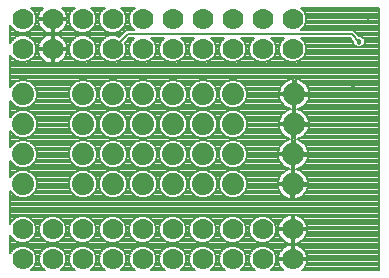
<source format=gbl>
G75*
%MOIN*%
%OFA0B0*%
%FSLAX25Y25*%
%IPPOS*%
%LPD*%
%AMOC8*
5,1,8,0,0,1.08239X$1,22.5*
%
%ADD10C,0.07000*%
%ADD11C,0.07400*%
%ADD12C,0.00800*%
%ADD13C,0.01800*%
D10*
X0011800Y0013983D03*
X0021800Y0013983D03*
X0031800Y0013983D03*
X0041800Y0013983D03*
X0051800Y0013983D03*
X0061800Y0013983D03*
X0071800Y0013983D03*
X0081800Y0013983D03*
X0091800Y0013983D03*
X0101800Y0013983D03*
X0101800Y0023933D03*
X0091800Y0023933D03*
X0081800Y0023933D03*
X0071800Y0023933D03*
X0061800Y0023933D03*
X0051800Y0023933D03*
X0041800Y0023933D03*
X0031800Y0023933D03*
X0021800Y0023933D03*
X0011800Y0023933D03*
X0011800Y0084033D03*
X0021800Y0084033D03*
X0031800Y0084033D03*
X0041800Y0084033D03*
X0051800Y0084033D03*
X0061800Y0084033D03*
X0071800Y0084033D03*
X0081800Y0084033D03*
X0091800Y0084033D03*
X0101800Y0084033D03*
X0101800Y0093983D03*
X0091800Y0093983D03*
X0081800Y0093983D03*
X0071800Y0093983D03*
X0061800Y0093983D03*
X0051800Y0093983D03*
X0041800Y0093983D03*
X0031800Y0093983D03*
X0021800Y0093983D03*
X0011800Y0093983D03*
D11*
X0011800Y0068933D03*
X0011800Y0058933D03*
X0011800Y0048933D03*
X0011800Y0038933D03*
X0031800Y0038933D03*
X0041800Y0038933D03*
X0051800Y0038933D03*
X0061800Y0038933D03*
X0071800Y0038933D03*
X0081800Y0038933D03*
X0081800Y0048933D03*
X0071800Y0048933D03*
X0061800Y0048933D03*
X0051800Y0048933D03*
X0041800Y0048933D03*
X0031800Y0048933D03*
X0031800Y0058933D03*
X0041800Y0058933D03*
X0051800Y0058933D03*
X0061800Y0058933D03*
X0071800Y0058933D03*
X0081800Y0058933D03*
X0081800Y0068933D03*
X0071800Y0068933D03*
X0061800Y0068933D03*
X0051800Y0068933D03*
X0041800Y0068933D03*
X0031800Y0068933D03*
X0102149Y0058930D03*
X0101975Y0048932D03*
X0101800Y0038933D03*
X0102324Y0068928D03*
D12*
X0015615Y0011434D02*
X0014464Y0010283D01*
X0019136Y0010283D01*
X0017985Y0011434D01*
X0017300Y0013088D01*
X0017300Y0014878D01*
X0017985Y0016532D01*
X0019251Y0017798D01*
X0020905Y0018483D01*
X0022695Y0018483D01*
X0024349Y0017798D01*
X0025615Y0016532D01*
X0026300Y0014878D01*
X0026300Y0013088D01*
X0025615Y0011434D01*
X0024464Y0010283D01*
X0029136Y0010283D01*
X0027985Y0011434D01*
X0027300Y0013088D01*
X0027300Y0014878D01*
X0027985Y0016532D01*
X0029251Y0017798D01*
X0030905Y0018483D01*
X0032695Y0018483D01*
X0034349Y0017798D01*
X0035615Y0016532D01*
X0036300Y0014878D01*
X0036300Y0013088D01*
X0035615Y0011434D01*
X0034464Y0010283D01*
X0039136Y0010283D01*
X0037985Y0011434D01*
X0037300Y0013088D01*
X0037300Y0014878D01*
X0037985Y0016532D01*
X0039251Y0017798D01*
X0040905Y0018483D01*
X0042695Y0018483D01*
X0044349Y0017798D01*
X0045615Y0016532D01*
X0046300Y0014878D01*
X0046300Y0013088D01*
X0045615Y0011434D01*
X0044464Y0010283D01*
X0049136Y0010283D01*
X0047985Y0011434D01*
X0047300Y0013088D01*
X0047300Y0014878D01*
X0047985Y0016532D01*
X0049251Y0017798D01*
X0050905Y0018483D01*
X0052695Y0018483D01*
X0054349Y0017798D01*
X0055615Y0016532D01*
X0056300Y0014878D01*
X0056300Y0013088D01*
X0055615Y0011434D01*
X0054464Y0010283D01*
X0059136Y0010283D01*
X0057985Y0011434D01*
X0057300Y0013088D01*
X0057300Y0014878D01*
X0057985Y0016532D01*
X0059251Y0017798D01*
X0060905Y0018483D01*
X0062695Y0018483D01*
X0064349Y0017798D01*
X0065615Y0016532D01*
X0066300Y0014878D01*
X0066300Y0013088D01*
X0065615Y0011434D01*
X0064464Y0010283D01*
X0069136Y0010283D01*
X0067985Y0011434D01*
X0067300Y0013088D01*
X0067300Y0014878D01*
X0067985Y0016532D01*
X0069251Y0017798D01*
X0070905Y0018483D01*
X0072695Y0018483D01*
X0074349Y0017798D01*
X0075615Y0016532D01*
X0076300Y0014878D01*
X0076300Y0013088D01*
X0075615Y0011434D01*
X0074464Y0010283D01*
X0079136Y0010283D01*
X0077985Y0011434D01*
X0077300Y0013088D01*
X0077300Y0014878D01*
X0077985Y0016532D01*
X0079251Y0017798D01*
X0080905Y0018483D01*
X0082695Y0018483D01*
X0084349Y0017798D01*
X0085615Y0016532D01*
X0086300Y0014878D01*
X0086300Y0013088D01*
X0085615Y0011434D01*
X0084464Y0010283D01*
X0089136Y0010283D01*
X0087985Y0011434D01*
X0087300Y0013088D01*
X0087300Y0014878D01*
X0087985Y0016532D01*
X0089251Y0017798D01*
X0090905Y0018483D01*
X0092695Y0018483D01*
X0094349Y0017798D01*
X0095615Y0016532D01*
X0096300Y0014878D01*
X0096300Y0013088D01*
X0095615Y0011434D01*
X0094464Y0010283D01*
X0098570Y0010283D01*
X0098062Y0010791D01*
X0097609Y0011415D01*
X0097259Y0012102D01*
X0097021Y0012836D01*
X0096902Y0013583D01*
X0101400Y0013583D01*
X0101400Y0014383D01*
X0096902Y0014383D01*
X0097021Y0015130D01*
X0097259Y0015864D01*
X0097609Y0016551D01*
X0098062Y0017175D01*
X0098608Y0017721D01*
X0099232Y0018174D01*
X0099919Y0018524D01*
X0100653Y0018762D01*
X0101400Y0018881D01*
X0101400Y0014383D01*
X0102200Y0014383D01*
X0106698Y0014383D01*
X0106579Y0015130D01*
X0106341Y0015864D01*
X0105991Y0016551D01*
X0105537Y0017175D01*
X0104992Y0017721D01*
X0104368Y0018174D01*
X0103681Y0018524D01*
X0102947Y0018762D01*
X0102200Y0018881D01*
X0102200Y0014383D01*
X0102200Y0013583D01*
X0106698Y0013583D01*
X0106579Y0012836D01*
X0106341Y0012102D01*
X0105991Y0011415D01*
X0105537Y0010791D01*
X0105030Y0010283D01*
X0130500Y0010283D01*
X0130500Y0097683D01*
X0104464Y0097683D01*
X0105615Y0096532D01*
X0106300Y0094878D01*
X0106300Y0093088D01*
X0105615Y0091434D01*
X0104564Y0090383D01*
X0121980Y0090383D01*
X0123980Y0088383D01*
X0124687Y0088383D01*
X0125800Y0087270D01*
X0125800Y0085696D01*
X0124687Y0084583D01*
X0123113Y0084583D01*
X0122000Y0085696D01*
X0122000Y0086403D01*
X0120820Y0087583D01*
X0104614Y0087583D01*
X0105615Y0086582D01*
X0106300Y0084928D01*
X0106300Y0083138D01*
X0105615Y0081484D01*
X0104349Y0080218D01*
X0102695Y0079533D01*
X0100905Y0079533D01*
X0099251Y0080218D01*
X0097985Y0081484D01*
X0097300Y0083138D01*
X0097300Y0084928D01*
X0097985Y0086582D01*
X0098986Y0087583D01*
X0094614Y0087583D01*
X0095615Y0086582D01*
X0096300Y0084928D01*
X0096300Y0083138D01*
X0095615Y0081484D01*
X0094349Y0080218D01*
X0092695Y0079533D01*
X0090905Y0079533D01*
X0089251Y0080218D01*
X0087985Y0081484D01*
X0087300Y0083138D01*
X0087300Y0084928D01*
X0087985Y0086582D01*
X0088986Y0087583D01*
X0084614Y0087583D01*
X0085615Y0086582D01*
X0086300Y0084928D01*
X0086300Y0083138D01*
X0085615Y0081484D01*
X0084349Y0080218D01*
X0082695Y0079533D01*
X0080905Y0079533D01*
X0079251Y0080218D01*
X0077985Y0081484D01*
X0077300Y0083138D01*
X0077300Y0084928D01*
X0077985Y0086582D01*
X0078986Y0087583D01*
X0074614Y0087583D01*
X0075615Y0086582D01*
X0076300Y0084928D01*
X0076300Y0083138D01*
X0075615Y0081484D01*
X0074349Y0080218D01*
X0072695Y0079533D01*
X0070905Y0079533D01*
X0069251Y0080218D01*
X0067985Y0081484D01*
X0067300Y0083138D01*
X0067300Y0084928D01*
X0067985Y0086582D01*
X0068986Y0087583D01*
X0064614Y0087583D01*
X0065615Y0086582D01*
X0066300Y0084928D01*
X0066300Y0083138D01*
X0065615Y0081484D01*
X0064349Y0080218D01*
X0062695Y0079533D01*
X0060905Y0079533D01*
X0059251Y0080218D01*
X0057985Y0081484D01*
X0057300Y0083138D01*
X0057300Y0084928D01*
X0057985Y0086582D01*
X0058986Y0087583D01*
X0054614Y0087583D01*
X0055615Y0086582D01*
X0056300Y0084928D01*
X0056300Y0083138D01*
X0055615Y0081484D01*
X0054349Y0080218D01*
X0052695Y0079533D01*
X0050905Y0079533D01*
X0049251Y0080218D01*
X0047985Y0081484D01*
X0047300Y0083138D01*
X0047300Y0084928D01*
X0047985Y0086582D01*
X0048986Y0087583D01*
X0047330Y0087583D01*
X0045824Y0086077D01*
X0046300Y0084928D01*
X0046300Y0083138D01*
X0045615Y0081484D01*
X0044349Y0080218D01*
X0042695Y0079533D01*
X0040905Y0079533D01*
X0039251Y0080218D01*
X0037985Y0081484D01*
X0037300Y0083138D01*
X0037300Y0084928D01*
X0037985Y0086582D01*
X0039251Y0087848D01*
X0040905Y0088533D01*
X0042695Y0088533D01*
X0043844Y0088057D01*
X0046170Y0090383D01*
X0049036Y0090383D01*
X0047985Y0091434D01*
X0047300Y0093088D01*
X0047300Y0094878D01*
X0047985Y0096532D01*
X0049136Y0097683D01*
X0044464Y0097683D01*
X0045615Y0096532D01*
X0046300Y0094878D01*
X0046300Y0093088D01*
X0045615Y0091434D01*
X0044349Y0090168D01*
X0042695Y0089483D01*
X0040905Y0089483D01*
X0039251Y0090168D01*
X0037985Y0091434D01*
X0037300Y0093088D01*
X0037300Y0094878D01*
X0037985Y0096532D01*
X0039136Y0097683D01*
X0034464Y0097683D01*
X0035615Y0096532D01*
X0036300Y0094878D01*
X0036300Y0093088D01*
X0035615Y0091434D01*
X0034349Y0090168D01*
X0032695Y0089483D01*
X0030905Y0089483D01*
X0029251Y0090168D01*
X0027985Y0091434D01*
X0027300Y0093088D01*
X0027300Y0094878D01*
X0027985Y0096532D01*
X0029136Y0097683D01*
X0025030Y0097683D01*
X0025537Y0097175D01*
X0025991Y0096551D01*
X0026341Y0095864D01*
X0026579Y0095130D01*
X0026698Y0094383D01*
X0022200Y0094383D01*
X0022200Y0093583D01*
X0022200Y0089085D01*
X0022947Y0089204D01*
X0023681Y0089442D01*
X0024368Y0089792D01*
X0024992Y0090246D01*
X0025537Y0090791D01*
X0025991Y0091415D01*
X0026341Y0092102D01*
X0026579Y0092836D01*
X0026698Y0093583D01*
X0022200Y0093583D01*
X0021400Y0093583D01*
X0021400Y0089085D01*
X0020653Y0089204D01*
X0019919Y0089442D01*
X0019232Y0089792D01*
X0018608Y0090246D01*
X0018062Y0090791D01*
X0017609Y0091415D01*
X0017259Y0092102D01*
X0017021Y0092836D01*
X0016902Y0093583D01*
X0021400Y0093583D01*
X0021400Y0094383D01*
X0016902Y0094383D01*
X0017021Y0095130D01*
X0017259Y0095864D01*
X0017609Y0096551D01*
X0018062Y0097175D01*
X0018570Y0097683D01*
X0014464Y0097683D01*
X0015615Y0096532D01*
X0016300Y0094878D01*
X0016300Y0093088D01*
X0015615Y0091434D01*
X0014349Y0090168D01*
X0012695Y0089483D01*
X0010905Y0089483D01*
X0009251Y0090168D01*
X0007985Y0091434D01*
X0007700Y0092122D01*
X0007700Y0085894D01*
X0007985Y0086582D01*
X0009251Y0087848D01*
X0010905Y0088533D01*
X0012695Y0088533D01*
X0014349Y0087848D01*
X0015615Y0086582D01*
X0016300Y0084928D01*
X0016300Y0083138D01*
X0015615Y0081484D01*
X0014349Y0080218D01*
X0012695Y0079533D01*
X0010905Y0079533D01*
X0009251Y0080218D01*
X0007985Y0081484D01*
X0007700Y0082172D01*
X0007700Y0071316D01*
X0007816Y0071595D01*
X0009138Y0072918D01*
X0010865Y0073633D01*
X0012735Y0073633D01*
X0014462Y0072918D01*
X0015784Y0071595D01*
X0016500Y0069868D01*
X0016500Y0067998D01*
X0015784Y0066271D01*
X0014462Y0064949D01*
X0012735Y0064233D01*
X0010865Y0064233D01*
X0009138Y0064949D01*
X0007816Y0066271D01*
X0007700Y0066550D01*
X0007700Y0061316D01*
X0007816Y0061595D01*
X0009138Y0062918D01*
X0010865Y0063633D01*
X0012735Y0063633D01*
X0014462Y0062918D01*
X0015784Y0061595D01*
X0016500Y0059868D01*
X0016500Y0057998D01*
X0015784Y0056271D01*
X0014462Y0054949D01*
X0012735Y0054233D01*
X0010865Y0054233D01*
X0009138Y0054949D01*
X0007816Y0056271D01*
X0007700Y0056550D01*
X0007700Y0051316D01*
X0007816Y0051595D01*
X0009138Y0052918D01*
X0010865Y0053633D01*
X0012735Y0053633D01*
X0014462Y0052918D01*
X0015784Y0051595D01*
X0016500Y0049868D01*
X0016500Y0047998D01*
X0015784Y0046271D01*
X0014462Y0044949D01*
X0012735Y0044233D01*
X0010865Y0044233D01*
X0009138Y0044949D01*
X0007816Y0046271D01*
X0007700Y0046550D01*
X0007700Y0041316D01*
X0007816Y0041595D01*
X0009138Y0042918D01*
X0010865Y0043633D01*
X0012735Y0043633D01*
X0014462Y0042918D01*
X0015784Y0041595D01*
X0016500Y0039868D01*
X0016500Y0037998D01*
X0015784Y0036271D01*
X0014462Y0034949D01*
X0012735Y0034233D01*
X0010865Y0034233D01*
X0009138Y0034949D01*
X0007816Y0036271D01*
X0007700Y0036550D01*
X0007700Y0025794D01*
X0007985Y0026482D01*
X0009251Y0027748D01*
X0010905Y0028433D01*
X0012695Y0028433D01*
X0014349Y0027748D01*
X0015615Y0026482D01*
X0016300Y0024828D01*
X0016300Y0023038D01*
X0015615Y0021384D01*
X0014349Y0020118D01*
X0012695Y0019433D01*
X0010905Y0019433D01*
X0009251Y0020118D01*
X0007985Y0021384D01*
X0007700Y0022072D01*
X0007700Y0015844D01*
X0007985Y0016532D01*
X0009251Y0017798D01*
X0010905Y0018483D01*
X0012695Y0018483D01*
X0014349Y0017798D01*
X0015615Y0016532D01*
X0016300Y0014878D01*
X0016300Y0013088D01*
X0015615Y0011434D01*
X0015351Y0011170D02*
X0018249Y0011170D01*
X0017764Y0011968D02*
X0015836Y0011968D01*
X0016167Y0012767D02*
X0017433Y0012767D01*
X0017300Y0013565D02*
X0016300Y0013565D01*
X0016300Y0014364D02*
X0017300Y0014364D01*
X0017418Y0015162D02*
X0016182Y0015162D01*
X0015852Y0015961D02*
X0017748Y0015961D01*
X0018212Y0016759D02*
X0015388Y0016759D01*
X0014589Y0017558D02*
X0019011Y0017558D01*
X0020599Y0018356D02*
X0013001Y0018356D01*
X0013951Y0019953D02*
X0019649Y0019953D01*
X0019251Y0020118D02*
X0020905Y0019433D01*
X0022695Y0019433D01*
X0024349Y0020118D01*
X0025615Y0021384D01*
X0026300Y0023038D01*
X0026300Y0024828D01*
X0025615Y0026482D01*
X0024349Y0027748D01*
X0022695Y0028433D01*
X0020905Y0028433D01*
X0019251Y0027748D01*
X0017985Y0026482D01*
X0017300Y0024828D01*
X0017300Y0023038D01*
X0017985Y0021384D01*
X0019251Y0020118D01*
X0018617Y0020752D02*
X0014983Y0020752D01*
X0015684Y0021550D02*
X0017916Y0021550D01*
X0017585Y0022349D02*
X0016015Y0022349D01*
X0016300Y0023147D02*
X0017300Y0023147D01*
X0017300Y0023946D02*
X0016300Y0023946D01*
X0016300Y0024744D02*
X0017300Y0024744D01*
X0017596Y0025543D02*
X0016004Y0025543D01*
X0015673Y0026341D02*
X0017927Y0026341D01*
X0018643Y0027140D02*
X0014957Y0027140D01*
X0013889Y0027938D02*
X0019711Y0027938D01*
X0023889Y0027938D02*
X0029711Y0027938D01*
X0029251Y0027748D02*
X0027985Y0026482D01*
X0027300Y0024828D01*
X0027300Y0023038D01*
X0027985Y0021384D01*
X0029251Y0020118D01*
X0030905Y0019433D01*
X0032695Y0019433D01*
X0034349Y0020118D01*
X0035615Y0021384D01*
X0036300Y0023038D01*
X0036300Y0024828D01*
X0035615Y0026482D01*
X0034349Y0027748D01*
X0032695Y0028433D01*
X0030905Y0028433D01*
X0029251Y0027748D01*
X0028643Y0027140D02*
X0024957Y0027140D01*
X0025673Y0026341D02*
X0027927Y0026341D01*
X0027596Y0025543D02*
X0026004Y0025543D01*
X0026300Y0024744D02*
X0027300Y0024744D01*
X0027300Y0023946D02*
X0026300Y0023946D01*
X0026300Y0023147D02*
X0027300Y0023147D01*
X0027585Y0022349D02*
X0026015Y0022349D01*
X0025684Y0021550D02*
X0027916Y0021550D01*
X0028617Y0020752D02*
X0024983Y0020752D01*
X0023951Y0019953D02*
X0029649Y0019953D01*
X0030599Y0018356D02*
X0023001Y0018356D01*
X0024589Y0017558D02*
X0029011Y0017558D01*
X0028212Y0016759D02*
X0025388Y0016759D01*
X0025852Y0015961D02*
X0027748Y0015961D01*
X0027418Y0015162D02*
X0026182Y0015162D01*
X0026300Y0014364D02*
X0027300Y0014364D01*
X0027300Y0013565D02*
X0026300Y0013565D01*
X0026167Y0012767D02*
X0027433Y0012767D01*
X0027764Y0011968D02*
X0025836Y0011968D01*
X0025351Y0011170D02*
X0028249Y0011170D01*
X0029048Y0010371D02*
X0024552Y0010371D01*
X0019048Y0010371D02*
X0014552Y0010371D01*
X0007748Y0015961D02*
X0007700Y0015961D01*
X0007700Y0016759D02*
X0008212Y0016759D01*
X0007700Y0017558D02*
X0009011Y0017558D01*
X0007700Y0018356D02*
X0010599Y0018356D01*
X0009649Y0019953D02*
X0007700Y0019953D01*
X0007700Y0019155D02*
X0100649Y0019155D01*
X0100653Y0019154D02*
X0099919Y0019392D01*
X0099232Y0019742D01*
X0098608Y0020196D01*
X0098062Y0020741D01*
X0097609Y0021365D01*
X0097259Y0022052D01*
X0097021Y0022786D01*
X0096902Y0023533D01*
X0101400Y0023533D01*
X0102200Y0023533D01*
X0102200Y0019035D01*
X0102947Y0019154D01*
X0103681Y0019392D01*
X0104368Y0019742D01*
X0104992Y0020196D01*
X0105537Y0020741D01*
X0105991Y0021365D01*
X0106341Y0022052D01*
X0106579Y0022786D01*
X0106698Y0023533D01*
X0102200Y0023533D01*
X0102200Y0024333D01*
X0106698Y0024333D01*
X0106579Y0025080D01*
X0106341Y0025814D01*
X0105991Y0026501D01*
X0105537Y0027125D01*
X0104992Y0027671D01*
X0104368Y0028124D01*
X0103681Y0028474D01*
X0102947Y0028712D01*
X0102200Y0028831D01*
X0102200Y0024333D01*
X0101400Y0024333D01*
X0101400Y0023533D01*
X0101400Y0019035D01*
X0100653Y0019154D01*
X0101400Y0019155D02*
X0102200Y0019155D01*
X0102951Y0019155D02*
X0130500Y0019155D01*
X0130500Y0019953D02*
X0104659Y0019953D01*
X0105545Y0020752D02*
X0130500Y0020752D01*
X0130500Y0021550D02*
X0106085Y0021550D01*
X0106437Y0022349D02*
X0130500Y0022349D01*
X0130500Y0023147D02*
X0106637Y0023147D01*
X0106633Y0024744D02*
X0130500Y0024744D01*
X0130500Y0023946D02*
X0102200Y0023946D01*
X0102200Y0024744D02*
X0101400Y0024744D01*
X0101400Y0024333D02*
X0101400Y0028831D01*
X0100653Y0028712D01*
X0099919Y0028474D01*
X0099232Y0028124D01*
X0098608Y0027671D01*
X0098062Y0027125D01*
X0097609Y0026501D01*
X0097259Y0025814D01*
X0097021Y0025080D01*
X0096902Y0024333D01*
X0101400Y0024333D01*
X0101400Y0023946D02*
X0096300Y0023946D01*
X0096300Y0024744D02*
X0096967Y0024744D01*
X0096300Y0024828D02*
X0095615Y0026482D01*
X0094349Y0027748D01*
X0092695Y0028433D01*
X0090905Y0028433D01*
X0089251Y0027748D01*
X0087985Y0026482D01*
X0087300Y0024828D01*
X0087300Y0023038D01*
X0087985Y0021384D01*
X0089251Y0020118D01*
X0090905Y0019433D01*
X0092695Y0019433D01*
X0094349Y0020118D01*
X0095615Y0021384D01*
X0096300Y0023038D01*
X0096300Y0024828D01*
X0096004Y0025543D02*
X0097171Y0025543D01*
X0097528Y0026341D02*
X0095673Y0026341D01*
X0094957Y0027140D02*
X0098077Y0027140D01*
X0098977Y0027938D02*
X0093889Y0027938D01*
X0089711Y0027938D02*
X0083889Y0027938D01*
X0084349Y0027748D02*
X0082695Y0028433D01*
X0080905Y0028433D01*
X0079251Y0027748D01*
X0077985Y0026482D01*
X0077300Y0024828D01*
X0077300Y0023038D01*
X0077985Y0021384D01*
X0079251Y0020118D01*
X0080905Y0019433D01*
X0082695Y0019433D01*
X0084349Y0020118D01*
X0085615Y0021384D01*
X0086300Y0023038D01*
X0086300Y0024828D01*
X0085615Y0026482D01*
X0084349Y0027748D01*
X0084957Y0027140D02*
X0088643Y0027140D01*
X0087927Y0026341D02*
X0085673Y0026341D01*
X0086004Y0025543D02*
X0087596Y0025543D01*
X0087300Y0024744D02*
X0086300Y0024744D01*
X0086300Y0023946D02*
X0087300Y0023946D01*
X0087300Y0023147D02*
X0086300Y0023147D01*
X0086015Y0022349D02*
X0087585Y0022349D01*
X0087916Y0021550D02*
X0085684Y0021550D01*
X0084983Y0020752D02*
X0088617Y0020752D01*
X0089649Y0019953D02*
X0083951Y0019953D01*
X0083001Y0018356D02*
X0090599Y0018356D01*
X0089011Y0017558D02*
X0084589Y0017558D01*
X0085388Y0016759D02*
X0088212Y0016759D01*
X0087748Y0015961D02*
X0085852Y0015961D01*
X0086182Y0015162D02*
X0087418Y0015162D01*
X0087300Y0014364D02*
X0086300Y0014364D01*
X0086300Y0013565D02*
X0087300Y0013565D01*
X0087433Y0012767D02*
X0086167Y0012767D01*
X0085836Y0011968D02*
X0087764Y0011968D01*
X0088249Y0011170D02*
X0085351Y0011170D01*
X0084552Y0010371D02*
X0089048Y0010371D01*
X0094552Y0010371D02*
X0098482Y0010371D01*
X0097787Y0011170D02*
X0095351Y0011170D01*
X0095836Y0011968D02*
X0097327Y0011968D01*
X0097043Y0012767D02*
X0096167Y0012767D01*
X0096300Y0013565D02*
X0096905Y0013565D01*
X0096300Y0014364D02*
X0101400Y0014364D01*
X0101400Y0015162D02*
X0102200Y0015162D01*
X0102200Y0014364D02*
X0130500Y0014364D01*
X0130500Y0015162D02*
X0106569Y0015162D01*
X0106292Y0015961D02*
X0130500Y0015961D01*
X0130500Y0016759D02*
X0105840Y0016759D01*
X0105155Y0017558D02*
X0130500Y0017558D01*
X0130500Y0018356D02*
X0104010Y0018356D01*
X0102200Y0018356D02*
X0101400Y0018356D01*
X0101400Y0017558D02*
X0102200Y0017558D01*
X0102200Y0016759D02*
X0101400Y0016759D01*
X0101400Y0015961D02*
X0102200Y0015961D01*
X0099590Y0018356D02*
X0093001Y0018356D01*
X0094589Y0017558D02*
X0098445Y0017558D01*
X0097760Y0016759D02*
X0095388Y0016759D01*
X0095852Y0015961D02*
X0097308Y0015961D01*
X0097031Y0015162D02*
X0096182Y0015162D01*
X0093951Y0019953D02*
X0098941Y0019953D01*
X0098055Y0020752D02*
X0094983Y0020752D01*
X0095684Y0021550D02*
X0097515Y0021550D01*
X0097163Y0022349D02*
X0096015Y0022349D01*
X0096300Y0023147D02*
X0096963Y0023147D01*
X0101400Y0023147D02*
X0102200Y0023147D01*
X0102200Y0022349D02*
X0101400Y0022349D01*
X0101400Y0021550D02*
X0102200Y0021550D01*
X0102200Y0020752D02*
X0101400Y0020752D01*
X0101400Y0019953D02*
X0102200Y0019953D01*
X0102200Y0025543D02*
X0101400Y0025543D01*
X0101400Y0026341D02*
X0102200Y0026341D01*
X0102200Y0027140D02*
X0101400Y0027140D01*
X0101400Y0027938D02*
X0102200Y0027938D01*
X0102200Y0028737D02*
X0101400Y0028737D01*
X0100807Y0028737D02*
X0007700Y0028737D01*
X0007700Y0029535D02*
X0130500Y0029535D01*
X0130500Y0028737D02*
X0102793Y0028737D01*
X0104623Y0027938D02*
X0130500Y0027938D01*
X0130500Y0027140D02*
X0105523Y0027140D01*
X0106072Y0026341D02*
X0130500Y0026341D01*
X0130500Y0025543D02*
X0106429Y0025543D01*
X0103758Y0034207D02*
X0104473Y0034571D01*
X0105122Y0035043D01*
X0105690Y0035611D01*
X0106162Y0036260D01*
X0106526Y0036975D01*
X0106774Y0037739D01*
X0106886Y0038444D01*
X0102193Y0038526D01*
X0102111Y0033833D01*
X0102201Y0033833D01*
X0102994Y0033959D01*
X0103758Y0034207D01*
X0103993Y0034327D02*
X0130500Y0034327D01*
X0130500Y0035125D02*
X0105204Y0035125D01*
X0105917Y0035924D02*
X0130500Y0035924D01*
X0130500Y0036722D02*
X0106397Y0036722D01*
X0106703Y0037521D02*
X0130500Y0037521D01*
X0130500Y0038319D02*
X0106866Y0038319D01*
X0106900Y0039244D02*
X0106900Y0039334D01*
X0106774Y0040127D01*
X0106526Y0040891D01*
X0106162Y0041606D01*
X0105690Y0042255D01*
X0105122Y0042823D01*
X0104473Y0043295D01*
X0103758Y0043659D01*
X0102994Y0043907D01*
X0102925Y0043918D01*
X0103169Y0043957D01*
X0103932Y0044205D01*
X0104648Y0044570D01*
X0105297Y0045041D01*
X0105865Y0045609D01*
X0106336Y0046259D01*
X0106701Y0046974D01*
X0106949Y0047737D01*
X0107061Y0048443D01*
X0102368Y0048525D01*
X0102381Y0049324D01*
X0107075Y0049243D01*
X0107075Y0049333D01*
X0106949Y0050126D01*
X0106701Y0050889D01*
X0106336Y0051605D01*
X0105865Y0052254D01*
X0105297Y0052822D01*
X0104648Y0053293D01*
X0103932Y0053658D01*
X0103169Y0053906D01*
X0103099Y0053917D01*
X0103343Y0053956D01*
X0104107Y0054204D01*
X0104822Y0054568D01*
X0105471Y0055040D01*
X0106039Y0055608D01*
X0106511Y0056257D01*
X0106875Y0056972D01*
X0107123Y0057736D01*
X0107235Y0058441D01*
X0102542Y0058523D01*
X0102460Y0053830D01*
X0102460Y0053830D01*
X0102381Y0049325D01*
X0101582Y0049339D01*
X0101663Y0054032D01*
X0101742Y0058537D01*
X0097049Y0058619D01*
X0097049Y0058529D01*
X0097175Y0057736D01*
X0097423Y0056972D01*
X0097787Y0056257D01*
X0098259Y0055608D01*
X0098827Y0055040D01*
X0099476Y0054568D01*
X0100191Y0054204D01*
X0100955Y0053956D01*
X0101024Y0053945D01*
X0100780Y0053906D01*
X0100017Y0053658D01*
X0099302Y0053293D01*
X0098652Y0052822D01*
X0098084Y0052254D01*
X0097613Y0051605D01*
X0097248Y0050889D01*
X0097000Y0050126D01*
X0096888Y0049420D01*
X0101582Y0049338D01*
X0101568Y0048539D01*
X0102367Y0048525D01*
X0102286Y0043832D01*
X0102207Y0039326D01*
X0106900Y0039244D01*
X0106808Y0039916D02*
X0130500Y0039916D01*
X0130500Y0039118D02*
X0102203Y0039118D01*
X0102207Y0039326D02*
X0102193Y0038526D01*
X0101393Y0038540D01*
X0101311Y0033847D01*
X0100606Y0033959D01*
X0099842Y0034207D01*
X0099127Y0034571D01*
X0098478Y0035043D01*
X0097910Y0035611D01*
X0097438Y0036260D01*
X0097074Y0036975D01*
X0096826Y0037739D01*
X0096700Y0038532D01*
X0096700Y0038622D01*
X0101393Y0038540D01*
X0101407Y0039340D01*
X0096714Y0039422D01*
X0096826Y0040127D01*
X0097074Y0040891D01*
X0097438Y0041606D01*
X0097910Y0042255D01*
X0098478Y0042823D01*
X0099127Y0043295D01*
X0099842Y0043659D01*
X0100606Y0043907D01*
X0100850Y0043946D01*
X0100780Y0043957D01*
X0100017Y0044205D01*
X0099302Y0044570D01*
X0098652Y0045041D01*
X0098084Y0045609D01*
X0097613Y0046259D01*
X0097248Y0046974D01*
X0097000Y0047737D01*
X0096875Y0048530D01*
X0096875Y0048621D01*
X0101568Y0048539D01*
X0101489Y0044033D01*
X0101489Y0044033D01*
X0101407Y0039340D01*
X0102207Y0039326D01*
X0102217Y0039916D02*
X0101417Y0039916D01*
X0101403Y0039118D02*
X0086500Y0039118D01*
X0086500Y0039868D02*
X0085784Y0041595D01*
X0084462Y0042918D01*
X0082735Y0043633D01*
X0080865Y0043633D01*
X0079138Y0042918D01*
X0077816Y0041595D01*
X0077100Y0039868D01*
X0077100Y0037998D01*
X0077816Y0036271D01*
X0079138Y0034949D01*
X0080865Y0034233D01*
X0082735Y0034233D01*
X0084462Y0034949D01*
X0085784Y0036271D01*
X0086500Y0037998D01*
X0086500Y0039868D01*
X0086480Y0039916D02*
X0096792Y0039916D01*
X0097016Y0040715D02*
X0086149Y0040715D01*
X0085819Y0041513D02*
X0097391Y0041513D01*
X0097966Y0042312D02*
X0085068Y0042312D01*
X0083997Y0043110D02*
X0098873Y0043110D01*
X0100613Y0043909D02*
X0007700Y0043909D01*
X0007700Y0044707D02*
X0009721Y0044707D01*
X0008581Y0045506D02*
X0007700Y0045506D01*
X0007700Y0046304D02*
X0007802Y0046304D01*
X0007700Y0043110D02*
X0009603Y0043110D01*
X0008532Y0042312D02*
X0007700Y0042312D01*
X0007700Y0041513D02*
X0007781Y0041513D01*
X0013997Y0043110D02*
X0029603Y0043110D01*
X0029138Y0042918D02*
X0027816Y0041595D01*
X0027100Y0039868D01*
X0027100Y0037998D01*
X0027816Y0036271D01*
X0029138Y0034949D01*
X0030865Y0034233D01*
X0032735Y0034233D01*
X0034462Y0034949D01*
X0035784Y0036271D01*
X0036500Y0037998D01*
X0036500Y0039868D01*
X0035784Y0041595D01*
X0034462Y0042918D01*
X0032735Y0043633D01*
X0030865Y0043633D01*
X0029138Y0042918D01*
X0028532Y0042312D02*
X0015068Y0042312D01*
X0015819Y0041513D02*
X0027781Y0041513D01*
X0027451Y0040715D02*
X0016149Y0040715D01*
X0016480Y0039916D02*
X0027120Y0039916D01*
X0027100Y0039118D02*
X0016500Y0039118D01*
X0016500Y0038319D02*
X0027100Y0038319D01*
X0027298Y0037521D02*
X0016302Y0037521D01*
X0015971Y0036722D02*
X0027629Y0036722D01*
X0028163Y0035924D02*
X0015437Y0035924D01*
X0014639Y0035125D02*
X0028961Y0035125D01*
X0030640Y0034327D02*
X0012960Y0034327D01*
X0010640Y0034327D02*
X0007700Y0034327D01*
X0007700Y0035125D02*
X0008961Y0035125D01*
X0008163Y0035924D02*
X0007700Y0035924D01*
X0007700Y0033528D02*
X0130500Y0033528D01*
X0130500Y0032729D02*
X0007700Y0032729D01*
X0007700Y0031931D02*
X0130500Y0031931D01*
X0130500Y0031132D02*
X0007700Y0031132D01*
X0007700Y0030334D02*
X0130500Y0030334D01*
X0130500Y0040715D02*
X0106584Y0040715D01*
X0106209Y0041513D02*
X0130500Y0041513D01*
X0130500Y0042312D02*
X0105634Y0042312D01*
X0104727Y0043110D02*
X0130500Y0043110D01*
X0130500Y0043909D02*
X0102987Y0043909D01*
X0102287Y0043909D02*
X0101487Y0043909D01*
X0101501Y0044707D02*
X0102301Y0044707D01*
X0102315Y0045506D02*
X0101515Y0045506D01*
X0101529Y0046304D02*
X0102329Y0046304D01*
X0102343Y0047103D02*
X0101543Y0047103D01*
X0101556Y0047901D02*
X0102357Y0047901D01*
X0102371Y0048700D02*
X0130500Y0048700D01*
X0130500Y0049498D02*
X0107048Y0049498D01*
X0106893Y0050297D02*
X0130500Y0050297D01*
X0130500Y0051095D02*
X0106596Y0051095D01*
X0106126Y0051894D02*
X0130500Y0051894D01*
X0130500Y0052692D02*
X0105426Y0052692D01*
X0104260Y0053491D02*
X0130500Y0053491D01*
X0130500Y0054289D02*
X0104275Y0054289D01*
X0105519Y0055088D02*
X0130500Y0055088D01*
X0130500Y0055886D02*
X0106242Y0055886D01*
X0106729Y0056685D02*
X0130500Y0056685D01*
X0130500Y0057483D02*
X0107041Y0057483D01*
X0107210Y0058282D02*
X0130500Y0058282D01*
X0130500Y0059080D02*
X0102552Y0059080D01*
X0102556Y0059323D02*
X0107249Y0059241D01*
X0107249Y0059331D01*
X0107123Y0060124D01*
X0106875Y0060888D01*
X0106511Y0061603D01*
X0106039Y0062252D01*
X0105471Y0062820D01*
X0104822Y0063292D01*
X0104107Y0063656D01*
X0103343Y0063904D01*
X0103274Y0063915D01*
X0103518Y0063954D01*
X0104281Y0064202D01*
X0104997Y0064567D01*
X0105646Y0065038D01*
X0106214Y0065606D01*
X0106685Y0066255D01*
X0107050Y0066971D01*
X0107298Y0067734D01*
X0107410Y0068440D01*
X0102717Y0068522D01*
X0102731Y0069321D01*
X0107424Y0069240D01*
X0107424Y0069330D01*
X0107298Y0070123D01*
X0107050Y0070886D01*
X0106685Y0071601D01*
X0106214Y0072251D01*
X0105646Y0072819D01*
X0104997Y0073290D01*
X0104281Y0073655D01*
X0103518Y0073903D01*
X0102812Y0074015D01*
X0102730Y0069321D01*
X0101931Y0069335D01*
X0101917Y0068536D01*
X0097224Y0068617D01*
X0097224Y0068527D01*
X0097349Y0067734D01*
X0097597Y0066971D01*
X0097962Y0066255D01*
X0098434Y0065606D01*
X0099001Y0065038D01*
X0099651Y0064567D01*
X0100366Y0064202D01*
X0101129Y0063954D01*
X0101199Y0063943D01*
X0100955Y0063904D01*
X0100191Y0063656D01*
X0099476Y0063292D01*
X0098827Y0062820D01*
X0098259Y0062252D01*
X0097787Y0061603D01*
X0097423Y0060888D01*
X0097175Y0060124D01*
X0097063Y0059419D01*
X0101756Y0059337D01*
X0101838Y0064030D01*
X0101838Y0064030D01*
X0101917Y0068535D01*
X0102716Y0068522D01*
X0102635Y0063828D01*
X0102556Y0059323D01*
X0102542Y0058523D01*
X0101742Y0058537D01*
X0101756Y0059337D01*
X0102556Y0059323D01*
X0102566Y0059879D02*
X0101766Y0059879D01*
X0101779Y0060677D02*
X0102580Y0060677D01*
X0102594Y0061476D02*
X0101793Y0061476D01*
X0101807Y0062274D02*
X0102607Y0062274D01*
X0102621Y0063073D02*
X0101821Y0063073D01*
X0101835Y0063871D02*
X0102635Y0063871D01*
X0102635Y0063828D02*
X0102635Y0063828D01*
X0103445Y0063871D02*
X0130500Y0063871D01*
X0130500Y0063073D02*
X0105123Y0063073D01*
X0106017Y0062274D02*
X0130500Y0062274D01*
X0130500Y0061476D02*
X0106576Y0061476D01*
X0106944Y0060677D02*
X0130500Y0060677D01*
X0130500Y0059879D02*
X0107162Y0059879D01*
X0102538Y0058282D02*
X0101738Y0058282D01*
X0101752Y0059080D02*
X0086500Y0059080D01*
X0086500Y0059868D02*
X0085784Y0061595D01*
X0084462Y0062918D01*
X0082735Y0063633D01*
X0080865Y0063633D01*
X0079138Y0062918D01*
X0077816Y0061595D01*
X0077100Y0059868D01*
X0077100Y0057998D01*
X0077816Y0056271D01*
X0079138Y0054949D01*
X0080865Y0054233D01*
X0082735Y0054233D01*
X0084462Y0054949D01*
X0085784Y0056271D01*
X0086500Y0057998D01*
X0086500Y0059868D01*
X0086495Y0059879D02*
X0097136Y0059879D01*
X0097354Y0060677D02*
X0086165Y0060677D01*
X0085834Y0061476D02*
X0097722Y0061476D01*
X0098281Y0062274D02*
X0085105Y0062274D01*
X0084087Y0063073D02*
X0099175Y0063073D01*
X0100853Y0063871D02*
X0007700Y0063871D01*
X0007700Y0063073D02*
X0009513Y0063073D01*
X0008495Y0062274D02*
X0007700Y0062274D01*
X0007700Y0061476D02*
X0007766Y0061476D01*
X0007700Y0064670D02*
X0009810Y0064670D01*
X0008618Y0065468D02*
X0007700Y0065468D01*
X0007700Y0066267D02*
X0007819Y0066267D01*
X0013790Y0064670D02*
X0029810Y0064670D01*
X0029138Y0064949D02*
X0030865Y0064233D01*
X0032735Y0064233D01*
X0034462Y0064949D01*
X0035784Y0066271D01*
X0036500Y0067998D01*
X0036500Y0069868D01*
X0035784Y0071595D01*
X0034462Y0072918D01*
X0032735Y0073633D01*
X0030865Y0073633D01*
X0029138Y0072918D01*
X0027816Y0071595D01*
X0027100Y0069868D01*
X0027100Y0067998D01*
X0027816Y0066271D01*
X0029138Y0064949D01*
X0028618Y0065468D02*
X0014982Y0065468D01*
X0015781Y0066267D02*
X0027819Y0066267D01*
X0027486Y0067065D02*
X0016114Y0067065D01*
X0016444Y0067864D02*
X0027156Y0067864D01*
X0027100Y0068662D02*
X0016500Y0068662D01*
X0016500Y0069461D02*
X0027100Y0069461D01*
X0027262Y0070260D02*
X0016338Y0070260D01*
X0016007Y0071058D02*
X0027593Y0071058D01*
X0028077Y0071857D02*
X0015523Y0071857D01*
X0014725Y0072655D02*
X0028875Y0072655D01*
X0030432Y0073454D02*
X0013168Y0073454D01*
X0010432Y0073454D02*
X0007700Y0073454D01*
X0007700Y0074252D02*
X0130500Y0074252D01*
X0130500Y0073454D02*
X0104676Y0073454D01*
X0105809Y0072655D02*
X0130500Y0072655D01*
X0130500Y0071857D02*
X0106500Y0071857D01*
X0106962Y0071058D02*
X0130500Y0071058D01*
X0130500Y0070260D02*
X0107254Y0070260D01*
X0107403Y0069461D02*
X0130500Y0069461D01*
X0130500Y0068662D02*
X0102719Y0068662D01*
X0102705Y0067864D02*
X0101905Y0067864D01*
X0101919Y0068662D02*
X0086500Y0068662D01*
X0086500Y0067998D02*
X0085784Y0066271D01*
X0084462Y0064949D01*
X0082735Y0064233D01*
X0080865Y0064233D01*
X0079138Y0064949D01*
X0077816Y0066271D01*
X0077100Y0067998D01*
X0077100Y0069868D01*
X0077816Y0071595D01*
X0079138Y0072918D01*
X0080865Y0073633D01*
X0082735Y0073633D01*
X0084462Y0072918D01*
X0085784Y0071595D01*
X0086500Y0069868D01*
X0086500Y0067998D01*
X0086444Y0067864D02*
X0097329Y0067864D01*
X0097566Y0067065D02*
X0086114Y0067065D01*
X0085781Y0066267D02*
X0097956Y0066267D01*
X0098571Y0065468D02*
X0084982Y0065468D01*
X0083790Y0064670D02*
X0099508Y0064670D01*
X0101849Y0064670D02*
X0102649Y0064670D01*
X0102663Y0065468D02*
X0101863Y0065468D01*
X0101877Y0066267D02*
X0102677Y0066267D01*
X0102691Y0067065D02*
X0101891Y0067065D01*
X0101931Y0069335D02*
X0097237Y0069417D01*
X0097349Y0070123D01*
X0097597Y0070886D01*
X0097962Y0071601D01*
X0098434Y0072251D01*
X0099001Y0072819D01*
X0099651Y0073290D01*
X0100366Y0073655D01*
X0101129Y0073903D01*
X0101922Y0074028D01*
X0102013Y0074028D01*
X0101931Y0069335D01*
X0101933Y0069461D02*
X0102733Y0069461D01*
X0102747Y0070260D02*
X0101947Y0070260D01*
X0101961Y0071058D02*
X0102761Y0071058D01*
X0102775Y0071857D02*
X0101975Y0071857D01*
X0101989Y0072655D02*
X0102789Y0072655D01*
X0102803Y0073454D02*
X0102002Y0073454D01*
X0099971Y0073454D02*
X0083168Y0073454D01*
X0084725Y0072655D02*
X0098838Y0072655D01*
X0098147Y0071857D02*
X0085523Y0071857D01*
X0086007Y0071058D02*
X0097685Y0071058D01*
X0097394Y0070260D02*
X0086338Y0070260D01*
X0086500Y0069461D02*
X0097244Y0069461D01*
X0105139Y0064670D02*
X0130500Y0064670D01*
X0130500Y0065468D02*
X0106076Y0065468D01*
X0106691Y0066267D02*
X0130500Y0066267D01*
X0130500Y0067065D02*
X0107081Y0067065D01*
X0107319Y0067864D02*
X0130500Y0067864D01*
X0130500Y0075051D02*
X0007700Y0075051D01*
X0007700Y0075849D02*
X0130500Y0075849D01*
X0130500Y0076648D02*
X0007700Y0076648D01*
X0007700Y0077446D02*
X0130500Y0077446D01*
X0130500Y0078245D02*
X0007700Y0078245D01*
X0007700Y0079043D02*
X0130500Y0079043D01*
X0130500Y0079842D02*
X0103440Y0079842D01*
X0104771Y0080640D02*
X0130500Y0080640D01*
X0130500Y0081439D02*
X0105570Y0081439D01*
X0105927Y0082237D02*
X0130500Y0082237D01*
X0130500Y0083036D02*
X0106258Y0083036D01*
X0106300Y0083834D02*
X0130500Y0083834D01*
X0130500Y0084633D02*
X0124737Y0084633D01*
X0125535Y0085431D02*
X0130500Y0085431D01*
X0130500Y0086230D02*
X0125800Y0086230D01*
X0125800Y0087028D02*
X0130500Y0087028D01*
X0130500Y0087827D02*
X0125243Y0087827D01*
X0123738Y0088625D02*
X0130500Y0088625D01*
X0130500Y0089424D02*
X0122939Y0089424D01*
X0122141Y0090222D02*
X0130500Y0090222D01*
X0130500Y0091021D02*
X0105202Y0091021D01*
X0105774Y0091819D02*
X0130500Y0091819D01*
X0130500Y0092618D02*
X0106105Y0092618D01*
X0106300Y0093416D02*
X0130500Y0093416D01*
X0130500Y0094215D02*
X0106300Y0094215D01*
X0106244Y0095013D02*
X0130500Y0095013D01*
X0130500Y0095812D02*
X0105913Y0095812D01*
X0105537Y0096610D02*
X0130500Y0096610D01*
X0130500Y0097409D02*
X0104738Y0097409D01*
X0121400Y0088983D02*
X0046750Y0088983D01*
X0041800Y0084033D01*
X0037673Y0082237D02*
X0035927Y0082237D01*
X0035615Y0081484D02*
X0036300Y0083138D01*
X0036300Y0084928D01*
X0035615Y0086582D01*
X0034349Y0087848D01*
X0032695Y0088533D01*
X0030905Y0088533D01*
X0029251Y0087848D01*
X0027985Y0086582D01*
X0027300Y0084928D01*
X0027300Y0083138D01*
X0027985Y0081484D01*
X0029251Y0080218D01*
X0030905Y0079533D01*
X0032695Y0079533D01*
X0034349Y0080218D01*
X0035615Y0081484D01*
X0035570Y0081439D02*
X0038030Y0081439D01*
X0038829Y0080640D02*
X0034771Y0080640D01*
X0033440Y0079842D02*
X0040160Y0079842D01*
X0043440Y0079842D02*
X0050160Y0079842D01*
X0048829Y0080640D02*
X0044771Y0080640D01*
X0045570Y0081439D02*
X0048030Y0081439D01*
X0047673Y0082237D02*
X0045927Y0082237D01*
X0046258Y0083036D02*
X0047342Y0083036D01*
X0047300Y0083834D02*
X0046300Y0083834D01*
X0046300Y0084633D02*
X0047300Y0084633D01*
X0047508Y0085431D02*
X0046092Y0085431D01*
X0045977Y0086230D02*
X0047839Y0086230D01*
X0048431Y0087028D02*
X0046775Y0087028D01*
X0044412Y0088625D02*
X0023523Y0088625D01*
X0023681Y0088574D02*
X0022947Y0088812D01*
X0022200Y0088931D01*
X0022200Y0084433D01*
X0026698Y0084433D01*
X0026579Y0085180D01*
X0026341Y0085914D01*
X0025991Y0086601D01*
X0025537Y0087225D01*
X0024992Y0087771D01*
X0024368Y0088224D01*
X0023681Y0088574D01*
X0023625Y0089424D02*
X0045211Y0089424D01*
X0046009Y0090222D02*
X0044403Y0090222D01*
X0045202Y0091021D02*
X0048398Y0091021D01*
X0047825Y0091819D02*
X0045774Y0091819D01*
X0046105Y0092618D02*
X0047495Y0092618D01*
X0047300Y0093416D02*
X0046300Y0093416D01*
X0046300Y0094215D02*
X0047300Y0094215D01*
X0047356Y0095013D02*
X0046244Y0095013D01*
X0045913Y0095812D02*
X0047687Y0095812D01*
X0048063Y0096610D02*
X0045537Y0096610D01*
X0044738Y0097409D02*
X0048862Y0097409D01*
X0038862Y0097409D02*
X0034738Y0097409D01*
X0035537Y0096610D02*
X0038063Y0096610D01*
X0037687Y0095812D02*
X0035913Y0095812D01*
X0036244Y0095013D02*
X0037356Y0095013D01*
X0037300Y0094215D02*
X0036300Y0094215D01*
X0036300Y0093416D02*
X0037300Y0093416D01*
X0037495Y0092618D02*
X0036105Y0092618D01*
X0035774Y0091819D02*
X0037825Y0091819D01*
X0038398Y0091021D02*
X0035202Y0091021D01*
X0034403Y0090222D02*
X0039197Y0090222D01*
X0039230Y0087827D02*
X0034370Y0087827D01*
X0035169Y0087028D02*
X0038431Y0087028D01*
X0037839Y0086230D02*
X0035761Y0086230D01*
X0036092Y0085431D02*
X0037508Y0085431D01*
X0037300Y0084633D02*
X0036300Y0084633D01*
X0036300Y0083834D02*
X0037300Y0083834D01*
X0037342Y0083036D02*
X0036258Y0083036D01*
X0030160Y0079842D02*
X0024367Y0079842D01*
X0024368Y0079842D02*
X0024992Y0080296D01*
X0025537Y0080841D01*
X0025991Y0081465D01*
X0026341Y0082152D01*
X0026579Y0082886D01*
X0026698Y0083633D01*
X0022200Y0083633D01*
X0022200Y0079135D01*
X0022947Y0079254D01*
X0023681Y0079492D01*
X0024368Y0079842D01*
X0025337Y0080640D02*
X0028829Y0080640D01*
X0028030Y0081439D02*
X0025972Y0081439D01*
X0026369Y0082237D02*
X0027673Y0082237D01*
X0027342Y0083036D02*
X0026603Y0083036D01*
X0027300Y0083834D02*
X0022200Y0083834D01*
X0022200Y0083633D02*
X0022200Y0084433D01*
X0021400Y0084433D01*
X0021400Y0083633D01*
X0022200Y0083633D01*
X0022200Y0083036D02*
X0021400Y0083036D01*
X0021400Y0083633D02*
X0021400Y0079135D01*
X0020653Y0079254D01*
X0019919Y0079492D01*
X0019232Y0079842D01*
X0018608Y0080296D01*
X0018062Y0080841D01*
X0017609Y0081465D01*
X0017259Y0082152D01*
X0017021Y0082886D01*
X0016902Y0083633D01*
X0021400Y0083633D01*
X0021400Y0083834D02*
X0016300Y0083834D01*
X0016300Y0084633D02*
X0016934Y0084633D01*
X0016902Y0084433D02*
X0021400Y0084433D01*
X0021400Y0088931D01*
X0020653Y0088812D01*
X0019919Y0088574D01*
X0019232Y0088224D01*
X0018608Y0087771D01*
X0018062Y0087225D01*
X0017609Y0086601D01*
X0017259Y0085914D01*
X0017021Y0085180D01*
X0016902Y0084433D01*
X0017102Y0085431D02*
X0016092Y0085431D01*
X0015761Y0086230D02*
X0017420Y0086230D01*
X0017919Y0087028D02*
X0015169Y0087028D01*
X0014370Y0087827D02*
X0018685Y0087827D01*
X0020077Y0088625D02*
X0007700Y0088625D01*
X0007700Y0087827D02*
X0009230Y0087827D01*
X0008431Y0087028D02*
X0007700Y0087028D01*
X0007700Y0086230D02*
X0007839Y0086230D01*
X0007700Y0089424D02*
X0019975Y0089424D01*
X0021400Y0089424D02*
X0022200Y0089424D01*
X0022200Y0090222D02*
X0021400Y0090222D01*
X0021400Y0091021D02*
X0022200Y0091021D01*
X0022200Y0091819D02*
X0021400Y0091819D01*
X0021400Y0092618D02*
X0022200Y0092618D01*
X0022200Y0093416D02*
X0021400Y0093416D01*
X0021400Y0094215D02*
X0016300Y0094215D01*
X0016300Y0093416D02*
X0016929Y0093416D01*
X0017091Y0092618D02*
X0016105Y0092618D01*
X0015774Y0091819D02*
X0017403Y0091819D01*
X0017895Y0091021D02*
X0015202Y0091021D01*
X0014403Y0090222D02*
X0018640Y0090222D01*
X0021400Y0088625D02*
X0022200Y0088625D01*
X0022200Y0087827D02*
X0021400Y0087827D01*
X0021400Y0087028D02*
X0022200Y0087028D01*
X0022200Y0086230D02*
X0021400Y0086230D01*
X0021400Y0085431D02*
X0022200Y0085431D01*
X0022200Y0084633D02*
X0021400Y0084633D01*
X0021400Y0082237D02*
X0022200Y0082237D01*
X0022200Y0081439D02*
X0021400Y0081439D01*
X0021400Y0080640D02*
X0022200Y0080640D01*
X0022200Y0079842D02*
X0021400Y0079842D01*
X0019233Y0079842D02*
X0013440Y0079842D01*
X0014771Y0080640D02*
X0018263Y0080640D01*
X0017628Y0081439D02*
X0015570Y0081439D01*
X0015927Y0082237D02*
X0017231Y0082237D01*
X0016997Y0083036D02*
X0016258Y0083036D01*
X0010160Y0079842D02*
X0007700Y0079842D01*
X0007700Y0080640D02*
X0008829Y0080640D01*
X0008030Y0081439D02*
X0007700Y0081439D01*
X0007700Y0090222D02*
X0009197Y0090222D01*
X0008398Y0091021D02*
X0007700Y0091021D01*
X0007700Y0091819D02*
X0007825Y0091819D01*
X0015537Y0096610D02*
X0017652Y0096610D01*
X0017242Y0095812D02*
X0015913Y0095812D01*
X0016244Y0095013D02*
X0017002Y0095013D01*
X0018296Y0097409D02*
X0014738Y0097409D01*
X0022200Y0094215D02*
X0027300Y0094215D01*
X0027300Y0093416D02*
X0026671Y0093416D01*
X0026509Y0092618D02*
X0027495Y0092618D01*
X0027825Y0091819D02*
X0026197Y0091819D01*
X0025705Y0091021D02*
X0028398Y0091021D01*
X0029197Y0090222D02*
X0024960Y0090222D01*
X0024915Y0087827D02*
X0029230Y0087827D01*
X0028431Y0087028D02*
X0025681Y0087028D01*
X0026180Y0086230D02*
X0027839Y0086230D01*
X0027508Y0085431D02*
X0026498Y0085431D01*
X0026666Y0084633D02*
X0027300Y0084633D01*
X0027356Y0095013D02*
X0026598Y0095013D01*
X0026358Y0095812D02*
X0027687Y0095812D01*
X0028063Y0096610D02*
X0025948Y0096610D01*
X0025304Y0097409D02*
X0028862Y0097409D01*
X0055169Y0087028D02*
X0058431Y0087028D01*
X0057839Y0086230D02*
X0055761Y0086230D01*
X0056092Y0085431D02*
X0057508Y0085431D01*
X0057300Y0084633D02*
X0056300Y0084633D01*
X0056300Y0083834D02*
X0057300Y0083834D01*
X0057342Y0083036D02*
X0056258Y0083036D01*
X0055927Y0082237D02*
X0057673Y0082237D01*
X0058030Y0081439D02*
X0055570Y0081439D01*
X0054771Y0080640D02*
X0058829Y0080640D01*
X0060160Y0079842D02*
X0053440Y0079842D01*
X0063440Y0079842D02*
X0070160Y0079842D01*
X0068829Y0080640D02*
X0064771Y0080640D01*
X0065570Y0081439D02*
X0068030Y0081439D01*
X0067673Y0082237D02*
X0065927Y0082237D01*
X0066258Y0083036D02*
X0067342Y0083036D01*
X0067300Y0083834D02*
X0066300Y0083834D01*
X0066300Y0084633D02*
X0067300Y0084633D01*
X0067508Y0085431D02*
X0066092Y0085431D01*
X0065761Y0086230D02*
X0067839Y0086230D01*
X0068431Y0087028D02*
X0065169Y0087028D01*
X0075169Y0087028D02*
X0078431Y0087028D01*
X0077839Y0086230D02*
X0075761Y0086230D01*
X0076092Y0085431D02*
X0077508Y0085431D01*
X0077300Y0084633D02*
X0076300Y0084633D01*
X0076300Y0083834D02*
X0077300Y0083834D01*
X0077342Y0083036D02*
X0076258Y0083036D01*
X0075927Y0082237D02*
X0077673Y0082237D01*
X0078030Y0081439D02*
X0075570Y0081439D01*
X0074771Y0080640D02*
X0078829Y0080640D01*
X0080160Y0079842D02*
X0073440Y0079842D01*
X0072735Y0073633D02*
X0070865Y0073633D01*
X0069138Y0072918D01*
X0067816Y0071595D01*
X0067100Y0069868D01*
X0067100Y0067998D01*
X0067816Y0066271D01*
X0069138Y0064949D01*
X0070865Y0064233D01*
X0072735Y0064233D01*
X0074462Y0064949D01*
X0075784Y0066271D01*
X0076500Y0067998D01*
X0076500Y0069868D01*
X0075784Y0071595D01*
X0074462Y0072918D01*
X0072735Y0073633D01*
X0073168Y0073454D02*
X0080432Y0073454D01*
X0078875Y0072655D02*
X0074725Y0072655D01*
X0075523Y0071857D02*
X0078077Y0071857D01*
X0077593Y0071058D02*
X0076007Y0071058D01*
X0076338Y0070260D02*
X0077262Y0070260D01*
X0077100Y0069461D02*
X0076500Y0069461D01*
X0076500Y0068662D02*
X0077100Y0068662D01*
X0077156Y0067864D02*
X0076444Y0067864D01*
X0076114Y0067065D02*
X0077486Y0067065D01*
X0077819Y0066267D02*
X0075781Y0066267D01*
X0074982Y0065468D02*
X0078618Y0065468D01*
X0079810Y0064670D02*
X0073790Y0064670D01*
X0072735Y0063633D02*
X0070865Y0063633D01*
X0069138Y0062918D01*
X0067816Y0061595D01*
X0067100Y0059868D01*
X0067100Y0057998D01*
X0067816Y0056271D01*
X0069138Y0054949D01*
X0070865Y0054233D01*
X0072735Y0054233D01*
X0074462Y0054949D01*
X0075784Y0056271D01*
X0076500Y0057998D01*
X0076500Y0059868D01*
X0075784Y0061595D01*
X0074462Y0062918D01*
X0072735Y0063633D01*
X0074087Y0063073D02*
X0079513Y0063073D01*
X0078495Y0062274D02*
X0075105Y0062274D01*
X0075834Y0061476D02*
X0077766Y0061476D01*
X0077435Y0060677D02*
X0076165Y0060677D01*
X0076495Y0059879D02*
X0077105Y0059879D01*
X0077100Y0059080D02*
X0076500Y0059080D01*
X0076500Y0058282D02*
X0077100Y0058282D01*
X0077313Y0057483D02*
X0076287Y0057483D01*
X0075956Y0056685D02*
X0077644Y0056685D01*
X0078200Y0055886D02*
X0075400Y0055886D01*
X0074602Y0055088D02*
X0078998Y0055088D01*
X0080729Y0054289D02*
X0072871Y0054289D01*
X0072735Y0053633D02*
X0070865Y0053633D01*
X0069138Y0052918D01*
X0067816Y0051595D01*
X0067100Y0049868D01*
X0067100Y0047998D01*
X0067816Y0046271D01*
X0069138Y0044949D01*
X0070865Y0044233D01*
X0072735Y0044233D01*
X0074462Y0044949D01*
X0075784Y0046271D01*
X0076500Y0047998D01*
X0076500Y0049868D01*
X0075784Y0051595D01*
X0074462Y0052918D01*
X0072735Y0053633D01*
X0073078Y0053491D02*
X0080522Y0053491D01*
X0080865Y0053633D02*
X0079138Y0052918D01*
X0077816Y0051595D01*
X0077100Y0049868D01*
X0077100Y0047998D01*
X0077816Y0046271D01*
X0079138Y0044949D01*
X0080865Y0044233D01*
X0082735Y0044233D01*
X0084462Y0044949D01*
X0085784Y0046271D01*
X0086500Y0047998D01*
X0086500Y0049868D01*
X0085784Y0051595D01*
X0084462Y0052918D01*
X0082735Y0053633D01*
X0080865Y0053633D01*
X0078912Y0052692D02*
X0074688Y0052692D01*
X0075486Y0051894D02*
X0078114Y0051894D01*
X0077608Y0051095D02*
X0075992Y0051095D01*
X0076322Y0050297D02*
X0077278Y0050297D01*
X0077100Y0049498D02*
X0076500Y0049498D01*
X0076500Y0048700D02*
X0077100Y0048700D01*
X0077140Y0047901D02*
X0076460Y0047901D01*
X0076129Y0047103D02*
X0077471Y0047103D01*
X0077802Y0046304D02*
X0075798Y0046304D01*
X0075019Y0045506D02*
X0078581Y0045506D01*
X0079721Y0044707D02*
X0073879Y0044707D01*
X0072735Y0043633D02*
X0070865Y0043633D01*
X0069138Y0042918D01*
X0067816Y0041595D01*
X0067100Y0039868D01*
X0067100Y0037998D01*
X0067816Y0036271D01*
X0069138Y0034949D01*
X0070865Y0034233D01*
X0072735Y0034233D01*
X0074462Y0034949D01*
X0075784Y0036271D01*
X0076500Y0037998D01*
X0076500Y0039868D01*
X0075784Y0041595D01*
X0074462Y0042918D01*
X0072735Y0043633D01*
X0073997Y0043110D02*
X0079603Y0043110D01*
X0078532Y0042312D02*
X0075068Y0042312D01*
X0075819Y0041513D02*
X0077781Y0041513D01*
X0077451Y0040715D02*
X0076149Y0040715D01*
X0076480Y0039916D02*
X0077120Y0039916D01*
X0077100Y0039118D02*
X0076500Y0039118D01*
X0076500Y0038319D02*
X0077100Y0038319D01*
X0077298Y0037521D02*
X0076302Y0037521D01*
X0075971Y0036722D02*
X0077629Y0036722D01*
X0078163Y0035924D02*
X0075437Y0035924D01*
X0074639Y0035125D02*
X0078961Y0035125D01*
X0080640Y0034327D02*
X0072960Y0034327D01*
X0070640Y0034327D02*
X0062960Y0034327D01*
X0062735Y0034233D02*
X0064462Y0034949D01*
X0065784Y0036271D01*
X0066500Y0037998D01*
X0066500Y0039868D01*
X0065784Y0041595D01*
X0064462Y0042918D01*
X0062735Y0043633D01*
X0060865Y0043633D01*
X0059138Y0042918D01*
X0057816Y0041595D01*
X0057100Y0039868D01*
X0057100Y0037998D01*
X0057816Y0036271D01*
X0059138Y0034949D01*
X0060865Y0034233D01*
X0062735Y0034233D01*
X0060640Y0034327D02*
X0052960Y0034327D01*
X0052735Y0034233D02*
X0054462Y0034949D01*
X0055784Y0036271D01*
X0056500Y0037998D01*
X0056500Y0039868D01*
X0055784Y0041595D01*
X0054462Y0042918D01*
X0052735Y0043633D01*
X0050865Y0043633D01*
X0049138Y0042918D01*
X0047816Y0041595D01*
X0047100Y0039868D01*
X0047100Y0037998D01*
X0047816Y0036271D01*
X0049138Y0034949D01*
X0050865Y0034233D01*
X0052735Y0034233D01*
X0050640Y0034327D02*
X0042960Y0034327D01*
X0042735Y0034233D02*
X0044462Y0034949D01*
X0045784Y0036271D01*
X0046500Y0037998D01*
X0046500Y0039868D01*
X0045784Y0041595D01*
X0044462Y0042918D01*
X0042735Y0043633D01*
X0040865Y0043633D01*
X0039138Y0042918D01*
X0037816Y0041595D01*
X0037100Y0039868D01*
X0037100Y0037998D01*
X0037816Y0036271D01*
X0039138Y0034949D01*
X0040865Y0034233D01*
X0042735Y0034233D01*
X0040640Y0034327D02*
X0032960Y0034327D01*
X0034639Y0035125D02*
X0038961Y0035125D01*
X0038163Y0035924D02*
X0035437Y0035924D01*
X0035971Y0036722D02*
X0037629Y0036722D01*
X0037298Y0037521D02*
X0036302Y0037521D01*
X0036500Y0038319D02*
X0037100Y0038319D01*
X0037100Y0039118D02*
X0036500Y0039118D01*
X0036480Y0039916D02*
X0037120Y0039916D01*
X0037451Y0040715D02*
X0036149Y0040715D01*
X0035819Y0041513D02*
X0037781Y0041513D01*
X0038532Y0042312D02*
X0035068Y0042312D01*
X0033997Y0043110D02*
X0039603Y0043110D01*
X0040865Y0044233D02*
X0042735Y0044233D01*
X0044462Y0044949D01*
X0045784Y0046271D01*
X0046500Y0047998D01*
X0046500Y0049868D01*
X0045784Y0051595D01*
X0044462Y0052918D01*
X0042735Y0053633D01*
X0040865Y0053633D01*
X0039138Y0052918D01*
X0037816Y0051595D01*
X0037100Y0049868D01*
X0037100Y0047998D01*
X0037816Y0046271D01*
X0039138Y0044949D01*
X0040865Y0044233D01*
X0039721Y0044707D02*
X0033879Y0044707D01*
X0034462Y0044949D02*
X0035784Y0046271D01*
X0036500Y0047998D01*
X0036500Y0049868D01*
X0035784Y0051595D01*
X0034462Y0052918D01*
X0032735Y0053633D01*
X0030865Y0053633D01*
X0029138Y0052918D01*
X0027816Y0051595D01*
X0027100Y0049868D01*
X0027100Y0047998D01*
X0027816Y0046271D01*
X0029138Y0044949D01*
X0030865Y0044233D01*
X0032735Y0044233D01*
X0034462Y0044949D01*
X0035019Y0045506D02*
X0038581Y0045506D01*
X0037802Y0046304D02*
X0035798Y0046304D01*
X0036129Y0047103D02*
X0037471Y0047103D01*
X0037140Y0047901D02*
X0036460Y0047901D01*
X0036500Y0048700D02*
X0037100Y0048700D01*
X0037100Y0049498D02*
X0036500Y0049498D01*
X0036322Y0050297D02*
X0037278Y0050297D01*
X0037608Y0051095D02*
X0035992Y0051095D01*
X0035486Y0051894D02*
X0038114Y0051894D01*
X0038912Y0052692D02*
X0034688Y0052692D01*
X0033078Y0053491D02*
X0040522Y0053491D01*
X0040865Y0054233D02*
X0042735Y0054233D01*
X0044462Y0054949D01*
X0045784Y0056271D01*
X0046500Y0057998D01*
X0046500Y0059868D01*
X0045784Y0061595D01*
X0044462Y0062918D01*
X0042735Y0063633D01*
X0040865Y0063633D01*
X0039138Y0062918D01*
X0037816Y0061595D01*
X0037100Y0059868D01*
X0037100Y0057998D01*
X0037816Y0056271D01*
X0039138Y0054949D01*
X0040865Y0054233D01*
X0040729Y0054289D02*
X0032871Y0054289D01*
X0032735Y0054233D02*
X0034462Y0054949D01*
X0035784Y0056271D01*
X0036500Y0057998D01*
X0036500Y0059868D01*
X0035784Y0061595D01*
X0034462Y0062918D01*
X0032735Y0063633D01*
X0030865Y0063633D01*
X0029138Y0062918D01*
X0027816Y0061595D01*
X0027100Y0059868D01*
X0027100Y0057998D01*
X0027816Y0056271D01*
X0029138Y0054949D01*
X0030865Y0054233D01*
X0032735Y0054233D01*
X0030729Y0054289D02*
X0012871Y0054289D01*
X0013078Y0053491D02*
X0030522Y0053491D01*
X0028912Y0052692D02*
X0014688Y0052692D01*
X0015486Y0051894D02*
X0028114Y0051894D01*
X0027608Y0051095D02*
X0015992Y0051095D01*
X0016322Y0050297D02*
X0027278Y0050297D01*
X0027100Y0049498D02*
X0016500Y0049498D01*
X0016500Y0048700D02*
X0027100Y0048700D01*
X0027140Y0047901D02*
X0016460Y0047901D01*
X0016129Y0047103D02*
X0027471Y0047103D01*
X0027802Y0046304D02*
X0015798Y0046304D01*
X0015019Y0045506D02*
X0028581Y0045506D01*
X0029721Y0044707D02*
X0013879Y0044707D01*
X0008114Y0051894D02*
X0007700Y0051894D01*
X0007700Y0052692D02*
X0008912Y0052692D01*
X0007700Y0053491D02*
X0010522Y0053491D01*
X0010729Y0054289D02*
X0007700Y0054289D01*
X0007700Y0055088D02*
X0008998Y0055088D01*
X0008200Y0055886D02*
X0007700Y0055886D01*
X0014602Y0055088D02*
X0028998Y0055088D01*
X0028200Y0055886D02*
X0015400Y0055886D01*
X0015956Y0056685D02*
X0027644Y0056685D01*
X0027313Y0057483D02*
X0016287Y0057483D01*
X0016500Y0058282D02*
X0027100Y0058282D01*
X0027100Y0059080D02*
X0016500Y0059080D01*
X0016495Y0059879D02*
X0027105Y0059879D01*
X0027435Y0060677D02*
X0016165Y0060677D01*
X0015834Y0061476D02*
X0027766Y0061476D01*
X0028495Y0062274D02*
X0015105Y0062274D01*
X0014087Y0063073D02*
X0029513Y0063073D01*
X0033790Y0064670D02*
X0039810Y0064670D01*
X0039138Y0064949D02*
X0040865Y0064233D01*
X0042735Y0064233D01*
X0044462Y0064949D01*
X0045784Y0066271D01*
X0046500Y0067998D01*
X0046500Y0069868D01*
X0045784Y0071595D01*
X0044462Y0072918D01*
X0042735Y0073633D01*
X0040865Y0073633D01*
X0039138Y0072918D01*
X0037816Y0071595D01*
X0037100Y0069868D01*
X0037100Y0067998D01*
X0037816Y0066271D01*
X0039138Y0064949D01*
X0038618Y0065468D02*
X0034982Y0065468D01*
X0035781Y0066267D02*
X0037819Y0066267D01*
X0037486Y0067065D02*
X0036114Y0067065D01*
X0036444Y0067864D02*
X0037156Y0067864D01*
X0037100Y0068662D02*
X0036500Y0068662D01*
X0036500Y0069461D02*
X0037100Y0069461D01*
X0037262Y0070260D02*
X0036338Y0070260D01*
X0036007Y0071058D02*
X0037593Y0071058D01*
X0038077Y0071857D02*
X0035523Y0071857D01*
X0034725Y0072655D02*
X0038875Y0072655D01*
X0040432Y0073454D02*
X0033168Y0073454D01*
X0043168Y0073454D02*
X0050432Y0073454D01*
X0050865Y0073633D02*
X0049138Y0072918D01*
X0047816Y0071595D01*
X0047100Y0069868D01*
X0047100Y0067998D01*
X0047816Y0066271D01*
X0049138Y0064949D01*
X0050865Y0064233D01*
X0052735Y0064233D01*
X0054462Y0064949D01*
X0055784Y0066271D01*
X0056500Y0067998D01*
X0056500Y0069868D01*
X0055784Y0071595D01*
X0054462Y0072918D01*
X0052735Y0073633D01*
X0050865Y0073633D01*
X0048875Y0072655D02*
X0044725Y0072655D01*
X0045523Y0071857D02*
X0048077Y0071857D01*
X0047593Y0071058D02*
X0046007Y0071058D01*
X0046338Y0070260D02*
X0047262Y0070260D01*
X0047100Y0069461D02*
X0046500Y0069461D01*
X0046500Y0068662D02*
X0047100Y0068662D01*
X0047156Y0067864D02*
X0046444Y0067864D01*
X0046114Y0067065D02*
X0047486Y0067065D01*
X0047819Y0066267D02*
X0045781Y0066267D01*
X0044982Y0065468D02*
X0048618Y0065468D01*
X0049810Y0064670D02*
X0043790Y0064670D01*
X0044087Y0063073D02*
X0049513Y0063073D01*
X0049138Y0062918D02*
X0047816Y0061595D01*
X0047100Y0059868D01*
X0047100Y0057998D01*
X0047816Y0056271D01*
X0049138Y0054949D01*
X0050865Y0054233D01*
X0052735Y0054233D01*
X0054462Y0054949D01*
X0055784Y0056271D01*
X0056500Y0057998D01*
X0056500Y0059868D01*
X0055784Y0061595D01*
X0054462Y0062918D01*
X0052735Y0063633D01*
X0050865Y0063633D01*
X0049138Y0062918D01*
X0048495Y0062274D02*
X0045105Y0062274D01*
X0045834Y0061476D02*
X0047766Y0061476D01*
X0047435Y0060677D02*
X0046165Y0060677D01*
X0046495Y0059879D02*
X0047105Y0059879D01*
X0047100Y0059080D02*
X0046500Y0059080D01*
X0046500Y0058282D02*
X0047100Y0058282D01*
X0047313Y0057483D02*
X0046287Y0057483D01*
X0045956Y0056685D02*
X0047644Y0056685D01*
X0048200Y0055886D02*
X0045400Y0055886D01*
X0044602Y0055088D02*
X0048998Y0055088D01*
X0050729Y0054289D02*
X0042871Y0054289D01*
X0043078Y0053491D02*
X0050522Y0053491D01*
X0050865Y0053633D02*
X0049138Y0052918D01*
X0047816Y0051595D01*
X0047100Y0049868D01*
X0047100Y0047998D01*
X0047816Y0046271D01*
X0049138Y0044949D01*
X0050865Y0044233D01*
X0052735Y0044233D01*
X0054462Y0044949D01*
X0055784Y0046271D01*
X0056500Y0047998D01*
X0056500Y0049868D01*
X0055784Y0051595D01*
X0054462Y0052918D01*
X0052735Y0053633D01*
X0050865Y0053633D01*
X0048912Y0052692D02*
X0044688Y0052692D01*
X0045486Y0051894D02*
X0048114Y0051894D01*
X0047608Y0051095D02*
X0045992Y0051095D01*
X0046322Y0050297D02*
X0047278Y0050297D01*
X0047100Y0049498D02*
X0046500Y0049498D01*
X0046500Y0048700D02*
X0047100Y0048700D01*
X0047140Y0047901D02*
X0046460Y0047901D01*
X0046129Y0047103D02*
X0047471Y0047103D01*
X0047802Y0046304D02*
X0045798Y0046304D01*
X0045019Y0045506D02*
X0048581Y0045506D01*
X0049721Y0044707D02*
X0043879Y0044707D01*
X0043997Y0043110D02*
X0049603Y0043110D01*
X0048532Y0042312D02*
X0045068Y0042312D01*
X0045819Y0041513D02*
X0047781Y0041513D01*
X0047451Y0040715D02*
X0046149Y0040715D01*
X0046480Y0039916D02*
X0047120Y0039916D01*
X0047100Y0039118D02*
X0046500Y0039118D01*
X0046500Y0038319D02*
X0047100Y0038319D01*
X0047298Y0037521D02*
X0046302Y0037521D01*
X0045971Y0036722D02*
X0047629Y0036722D01*
X0048163Y0035924D02*
X0045437Y0035924D01*
X0044639Y0035125D02*
X0048961Y0035125D01*
X0054639Y0035125D02*
X0058961Y0035125D01*
X0058163Y0035924D02*
X0055437Y0035924D01*
X0055971Y0036722D02*
X0057629Y0036722D01*
X0057298Y0037521D02*
X0056302Y0037521D01*
X0056500Y0038319D02*
X0057100Y0038319D01*
X0057100Y0039118D02*
X0056500Y0039118D01*
X0056480Y0039916D02*
X0057120Y0039916D01*
X0057451Y0040715D02*
X0056149Y0040715D01*
X0055819Y0041513D02*
X0057781Y0041513D01*
X0058532Y0042312D02*
X0055068Y0042312D01*
X0053997Y0043110D02*
X0059603Y0043110D01*
X0060865Y0044233D02*
X0062735Y0044233D01*
X0064462Y0044949D01*
X0065784Y0046271D01*
X0066500Y0047998D01*
X0066500Y0049868D01*
X0065784Y0051595D01*
X0064462Y0052918D01*
X0062735Y0053633D01*
X0060865Y0053633D01*
X0059138Y0052918D01*
X0057816Y0051595D01*
X0057100Y0049868D01*
X0057100Y0047998D01*
X0057816Y0046271D01*
X0059138Y0044949D01*
X0060865Y0044233D01*
X0059721Y0044707D02*
X0053879Y0044707D01*
X0055019Y0045506D02*
X0058581Y0045506D01*
X0057802Y0046304D02*
X0055798Y0046304D01*
X0056129Y0047103D02*
X0057471Y0047103D01*
X0057140Y0047901D02*
X0056460Y0047901D01*
X0056500Y0048700D02*
X0057100Y0048700D01*
X0057100Y0049498D02*
X0056500Y0049498D01*
X0056322Y0050297D02*
X0057278Y0050297D01*
X0057608Y0051095D02*
X0055992Y0051095D01*
X0055486Y0051894D02*
X0058114Y0051894D01*
X0058912Y0052692D02*
X0054688Y0052692D01*
X0053078Y0053491D02*
X0060522Y0053491D01*
X0060865Y0054233D02*
X0062735Y0054233D01*
X0064462Y0054949D01*
X0065784Y0056271D01*
X0066500Y0057998D01*
X0066500Y0059868D01*
X0065784Y0061595D01*
X0064462Y0062918D01*
X0062735Y0063633D01*
X0060865Y0063633D01*
X0059138Y0062918D01*
X0057816Y0061595D01*
X0057100Y0059868D01*
X0057100Y0057998D01*
X0057816Y0056271D01*
X0059138Y0054949D01*
X0060865Y0054233D01*
X0060729Y0054289D02*
X0052871Y0054289D01*
X0054602Y0055088D02*
X0058998Y0055088D01*
X0058200Y0055886D02*
X0055400Y0055886D01*
X0055956Y0056685D02*
X0057644Y0056685D01*
X0057313Y0057483D02*
X0056287Y0057483D01*
X0056500Y0058282D02*
X0057100Y0058282D01*
X0057100Y0059080D02*
X0056500Y0059080D01*
X0056495Y0059879D02*
X0057105Y0059879D01*
X0057435Y0060677D02*
X0056165Y0060677D01*
X0055834Y0061476D02*
X0057766Y0061476D01*
X0058495Y0062274D02*
X0055105Y0062274D01*
X0054087Y0063073D02*
X0059513Y0063073D01*
X0060865Y0064233D02*
X0062735Y0064233D01*
X0064462Y0064949D01*
X0065784Y0066271D01*
X0066500Y0067998D01*
X0066500Y0069868D01*
X0065784Y0071595D01*
X0064462Y0072918D01*
X0062735Y0073633D01*
X0060865Y0073633D01*
X0059138Y0072918D01*
X0057816Y0071595D01*
X0057100Y0069868D01*
X0057100Y0067998D01*
X0057816Y0066271D01*
X0059138Y0064949D01*
X0060865Y0064233D01*
X0059810Y0064670D02*
X0053790Y0064670D01*
X0054982Y0065468D02*
X0058618Y0065468D01*
X0057819Y0066267D02*
X0055781Y0066267D01*
X0056114Y0067065D02*
X0057486Y0067065D01*
X0057156Y0067864D02*
X0056444Y0067864D01*
X0056500Y0068662D02*
X0057100Y0068662D01*
X0057100Y0069461D02*
X0056500Y0069461D01*
X0056338Y0070260D02*
X0057262Y0070260D01*
X0057593Y0071058D02*
X0056007Y0071058D01*
X0055523Y0071857D02*
X0058077Y0071857D01*
X0058875Y0072655D02*
X0054725Y0072655D01*
X0053168Y0073454D02*
X0060432Y0073454D01*
X0063168Y0073454D02*
X0070432Y0073454D01*
X0068875Y0072655D02*
X0064725Y0072655D01*
X0065523Y0071857D02*
X0068077Y0071857D01*
X0067593Y0071058D02*
X0066007Y0071058D01*
X0066338Y0070260D02*
X0067262Y0070260D01*
X0067100Y0069461D02*
X0066500Y0069461D01*
X0066500Y0068662D02*
X0067100Y0068662D01*
X0067156Y0067864D02*
X0066444Y0067864D01*
X0066114Y0067065D02*
X0067486Y0067065D01*
X0067819Y0066267D02*
X0065781Y0066267D01*
X0064982Y0065468D02*
X0068618Y0065468D01*
X0069810Y0064670D02*
X0063790Y0064670D01*
X0064087Y0063073D02*
X0069513Y0063073D01*
X0068495Y0062274D02*
X0065105Y0062274D01*
X0065834Y0061476D02*
X0067766Y0061476D01*
X0067435Y0060677D02*
X0066165Y0060677D01*
X0066495Y0059879D02*
X0067105Y0059879D01*
X0067100Y0059080D02*
X0066500Y0059080D01*
X0066500Y0058282D02*
X0067100Y0058282D01*
X0067313Y0057483D02*
X0066287Y0057483D01*
X0065956Y0056685D02*
X0067644Y0056685D01*
X0068200Y0055886D02*
X0065400Y0055886D01*
X0064602Y0055088D02*
X0068998Y0055088D01*
X0070729Y0054289D02*
X0062871Y0054289D01*
X0063078Y0053491D02*
X0070522Y0053491D01*
X0068912Y0052692D02*
X0064688Y0052692D01*
X0065486Y0051894D02*
X0068114Y0051894D01*
X0067608Y0051095D02*
X0065992Y0051095D01*
X0066322Y0050297D02*
X0067278Y0050297D01*
X0067100Y0049498D02*
X0066500Y0049498D01*
X0066500Y0048700D02*
X0067100Y0048700D01*
X0067140Y0047901D02*
X0066460Y0047901D01*
X0066129Y0047103D02*
X0067471Y0047103D01*
X0067802Y0046304D02*
X0065798Y0046304D01*
X0065019Y0045506D02*
X0068581Y0045506D01*
X0069721Y0044707D02*
X0063879Y0044707D01*
X0063997Y0043110D02*
X0069603Y0043110D01*
X0068532Y0042312D02*
X0065068Y0042312D01*
X0065819Y0041513D02*
X0067781Y0041513D01*
X0067451Y0040715D02*
X0066149Y0040715D01*
X0066480Y0039916D02*
X0067120Y0039916D01*
X0067100Y0039118D02*
X0066500Y0039118D01*
X0066500Y0038319D02*
X0067100Y0038319D01*
X0067298Y0037521D02*
X0066302Y0037521D01*
X0065971Y0036722D02*
X0067629Y0036722D01*
X0068163Y0035924D02*
X0065437Y0035924D01*
X0064639Y0035125D02*
X0068961Y0035125D01*
X0070905Y0028433D02*
X0069251Y0027748D01*
X0067985Y0026482D01*
X0067300Y0024828D01*
X0067300Y0023038D01*
X0067985Y0021384D01*
X0069251Y0020118D01*
X0070905Y0019433D01*
X0072695Y0019433D01*
X0074349Y0020118D01*
X0075615Y0021384D01*
X0076300Y0023038D01*
X0076300Y0024828D01*
X0075615Y0026482D01*
X0074349Y0027748D01*
X0072695Y0028433D01*
X0070905Y0028433D01*
X0069711Y0027938D02*
X0063889Y0027938D01*
X0064349Y0027748D02*
X0062695Y0028433D01*
X0060905Y0028433D01*
X0059251Y0027748D01*
X0057985Y0026482D01*
X0057300Y0024828D01*
X0057300Y0023038D01*
X0057985Y0021384D01*
X0059251Y0020118D01*
X0060905Y0019433D01*
X0062695Y0019433D01*
X0064349Y0020118D01*
X0065615Y0021384D01*
X0066300Y0023038D01*
X0066300Y0024828D01*
X0065615Y0026482D01*
X0064349Y0027748D01*
X0064957Y0027140D02*
X0068643Y0027140D01*
X0067927Y0026341D02*
X0065673Y0026341D01*
X0066004Y0025543D02*
X0067596Y0025543D01*
X0067300Y0024744D02*
X0066300Y0024744D01*
X0066300Y0023946D02*
X0067300Y0023946D01*
X0067300Y0023147D02*
X0066300Y0023147D01*
X0066015Y0022349D02*
X0067585Y0022349D01*
X0067916Y0021550D02*
X0065684Y0021550D01*
X0064983Y0020752D02*
X0068617Y0020752D01*
X0069649Y0019953D02*
X0063951Y0019953D01*
X0063001Y0018356D02*
X0070599Y0018356D01*
X0069011Y0017558D02*
X0064589Y0017558D01*
X0065388Y0016759D02*
X0068212Y0016759D01*
X0067748Y0015961D02*
X0065852Y0015961D01*
X0066182Y0015162D02*
X0067418Y0015162D01*
X0067300Y0014364D02*
X0066300Y0014364D01*
X0066300Y0013565D02*
X0067300Y0013565D01*
X0067433Y0012767D02*
X0066167Y0012767D01*
X0065836Y0011968D02*
X0067764Y0011968D01*
X0068249Y0011170D02*
X0065351Y0011170D01*
X0064552Y0010371D02*
X0069048Y0010371D01*
X0074552Y0010371D02*
X0079048Y0010371D01*
X0078249Y0011170D02*
X0075351Y0011170D01*
X0075836Y0011968D02*
X0077764Y0011968D01*
X0077433Y0012767D02*
X0076167Y0012767D01*
X0076300Y0013565D02*
X0077300Y0013565D01*
X0077300Y0014364D02*
X0076300Y0014364D01*
X0076182Y0015162D02*
X0077418Y0015162D01*
X0077748Y0015961D02*
X0075852Y0015961D01*
X0075388Y0016759D02*
X0078212Y0016759D01*
X0079011Y0017558D02*
X0074589Y0017558D01*
X0073001Y0018356D02*
X0080599Y0018356D01*
X0079649Y0019953D02*
X0073951Y0019953D01*
X0074983Y0020752D02*
X0078617Y0020752D01*
X0077916Y0021550D02*
X0075684Y0021550D01*
X0076015Y0022349D02*
X0077585Y0022349D01*
X0077300Y0023147D02*
X0076300Y0023147D01*
X0076300Y0023946D02*
X0077300Y0023946D01*
X0077300Y0024744D02*
X0076300Y0024744D01*
X0076004Y0025543D02*
X0077596Y0025543D01*
X0077927Y0026341D02*
X0075673Y0026341D01*
X0074957Y0027140D02*
X0078643Y0027140D01*
X0079711Y0027938D02*
X0073889Y0027938D01*
X0082960Y0034327D02*
X0099607Y0034327D01*
X0098396Y0035125D02*
X0084639Y0035125D01*
X0085437Y0035924D02*
X0097683Y0035924D01*
X0097203Y0036722D02*
X0085971Y0036722D01*
X0086302Y0037521D02*
X0096896Y0037521D01*
X0096734Y0038319D02*
X0086500Y0038319D01*
X0083879Y0044707D02*
X0099112Y0044707D01*
X0098188Y0045506D02*
X0085019Y0045506D01*
X0085798Y0046304D02*
X0097589Y0046304D01*
X0097206Y0047103D02*
X0086129Y0047103D01*
X0086460Y0047901D02*
X0096974Y0047901D01*
X0096901Y0049498D02*
X0086500Y0049498D01*
X0086500Y0048700D02*
X0101570Y0048700D01*
X0101584Y0049498D02*
X0102384Y0049498D01*
X0102398Y0050297D02*
X0101598Y0050297D01*
X0101612Y0051095D02*
X0102412Y0051095D01*
X0102426Y0051894D02*
X0101626Y0051894D01*
X0101640Y0052692D02*
X0102440Y0052692D01*
X0102454Y0053491D02*
X0101654Y0053491D01*
X0101663Y0054032D02*
X0101663Y0054032D01*
X0101668Y0054289D02*
X0102468Y0054289D01*
X0102482Y0055088D02*
X0101682Y0055088D01*
X0101696Y0055886D02*
X0102496Y0055886D01*
X0102510Y0056685D02*
X0101710Y0056685D01*
X0101724Y0057483D02*
X0102524Y0057483D01*
X0098779Y0055088D02*
X0084602Y0055088D01*
X0085400Y0055886D02*
X0098056Y0055886D01*
X0097569Y0056685D02*
X0085956Y0056685D01*
X0086287Y0057483D02*
X0097257Y0057483D01*
X0097088Y0058282D02*
X0086500Y0058282D01*
X0082871Y0054289D02*
X0100023Y0054289D01*
X0099689Y0053491D02*
X0083078Y0053491D01*
X0084688Y0052692D02*
X0098523Y0052692D01*
X0097823Y0051894D02*
X0085486Y0051894D01*
X0085992Y0051095D02*
X0097353Y0051095D01*
X0097056Y0050297D02*
X0086322Y0050297D01*
X0101473Y0043110D02*
X0102273Y0043110D01*
X0102286Y0043832D02*
X0102286Y0043832D01*
X0102259Y0042312D02*
X0101459Y0042312D01*
X0101445Y0041513D02*
X0102245Y0041513D01*
X0102231Y0040715D02*
X0101431Y0040715D01*
X0101389Y0038319D02*
X0102189Y0038319D01*
X0102175Y0037521D02*
X0101375Y0037521D01*
X0101361Y0036722D02*
X0102161Y0036722D01*
X0102148Y0035924D02*
X0101347Y0035924D01*
X0101333Y0035125D02*
X0102134Y0035125D01*
X0102120Y0034327D02*
X0101320Y0034327D01*
X0104837Y0044707D02*
X0130500Y0044707D01*
X0130500Y0045506D02*
X0105761Y0045506D01*
X0106360Y0046304D02*
X0130500Y0046304D01*
X0130500Y0047103D02*
X0106743Y0047103D01*
X0106975Y0047901D02*
X0130500Y0047901D01*
X0100160Y0079842D02*
X0093440Y0079842D01*
X0094771Y0080640D02*
X0098829Y0080640D01*
X0098030Y0081439D02*
X0095570Y0081439D01*
X0095927Y0082237D02*
X0097673Y0082237D01*
X0097342Y0083036D02*
X0096258Y0083036D01*
X0096300Y0083834D02*
X0097300Y0083834D01*
X0097300Y0084633D02*
X0096300Y0084633D01*
X0096092Y0085431D02*
X0097508Y0085431D01*
X0097839Y0086230D02*
X0095761Y0086230D01*
X0095169Y0087028D02*
X0098431Y0087028D01*
X0105169Y0087028D02*
X0121375Y0087028D01*
X0122000Y0086230D02*
X0105761Y0086230D01*
X0106092Y0085431D02*
X0122265Y0085431D01*
X0123063Y0084633D02*
X0106300Y0084633D01*
X0121400Y0088983D02*
X0123900Y0086483D01*
X0090160Y0079842D02*
X0083440Y0079842D01*
X0084771Y0080640D02*
X0088829Y0080640D01*
X0088030Y0081439D02*
X0085570Y0081439D01*
X0085927Y0082237D02*
X0087673Y0082237D01*
X0087342Y0083036D02*
X0086258Y0083036D01*
X0086300Y0083834D02*
X0087300Y0083834D01*
X0087300Y0084633D02*
X0086300Y0084633D01*
X0086092Y0085431D02*
X0087508Y0085431D01*
X0087839Y0086230D02*
X0085761Y0086230D01*
X0085169Y0087028D02*
X0088431Y0087028D01*
X0039513Y0063073D02*
X0034087Y0063073D01*
X0035105Y0062274D02*
X0038495Y0062274D01*
X0037766Y0061476D02*
X0035834Y0061476D01*
X0036165Y0060677D02*
X0037435Y0060677D01*
X0037105Y0059879D02*
X0036495Y0059879D01*
X0036500Y0059080D02*
X0037100Y0059080D01*
X0037100Y0058282D02*
X0036500Y0058282D01*
X0036287Y0057483D02*
X0037313Y0057483D01*
X0037644Y0056685D02*
X0035956Y0056685D01*
X0035400Y0055886D02*
X0038200Y0055886D01*
X0038998Y0055088D02*
X0034602Y0055088D01*
X0008875Y0072655D02*
X0007700Y0072655D01*
X0007700Y0071857D02*
X0008077Y0071857D01*
X0007700Y0027938D02*
X0009711Y0027938D01*
X0008643Y0027140D02*
X0007700Y0027140D01*
X0007700Y0026341D02*
X0007927Y0026341D01*
X0007916Y0021550D02*
X0007700Y0021550D01*
X0007700Y0020752D02*
X0008617Y0020752D01*
X0033001Y0018356D02*
X0040599Y0018356D01*
X0040905Y0019433D02*
X0042695Y0019433D01*
X0044349Y0020118D01*
X0045615Y0021384D01*
X0046300Y0023038D01*
X0046300Y0024828D01*
X0045615Y0026482D01*
X0044349Y0027748D01*
X0042695Y0028433D01*
X0040905Y0028433D01*
X0039251Y0027748D01*
X0037985Y0026482D01*
X0037300Y0024828D01*
X0037300Y0023038D01*
X0037985Y0021384D01*
X0039251Y0020118D01*
X0040905Y0019433D01*
X0039649Y0019953D02*
X0033951Y0019953D01*
X0034983Y0020752D02*
X0038617Y0020752D01*
X0037916Y0021550D02*
X0035684Y0021550D01*
X0036015Y0022349D02*
X0037585Y0022349D01*
X0037300Y0023147D02*
X0036300Y0023147D01*
X0036300Y0023946D02*
X0037300Y0023946D01*
X0037300Y0024744D02*
X0036300Y0024744D01*
X0036004Y0025543D02*
X0037596Y0025543D01*
X0037927Y0026341D02*
X0035673Y0026341D01*
X0034957Y0027140D02*
X0038643Y0027140D01*
X0039711Y0027938D02*
X0033889Y0027938D01*
X0043889Y0027938D02*
X0049711Y0027938D01*
X0049251Y0027748D02*
X0050905Y0028433D01*
X0052695Y0028433D01*
X0054349Y0027748D01*
X0055615Y0026482D01*
X0056300Y0024828D01*
X0056300Y0023038D01*
X0055615Y0021384D01*
X0054349Y0020118D01*
X0052695Y0019433D01*
X0050905Y0019433D01*
X0049251Y0020118D01*
X0047985Y0021384D01*
X0047300Y0023038D01*
X0047300Y0024828D01*
X0047985Y0026482D01*
X0049251Y0027748D01*
X0048643Y0027140D02*
X0044957Y0027140D01*
X0045673Y0026341D02*
X0047927Y0026341D01*
X0047596Y0025543D02*
X0046004Y0025543D01*
X0046300Y0024744D02*
X0047300Y0024744D01*
X0047300Y0023946D02*
X0046300Y0023946D01*
X0046300Y0023147D02*
X0047300Y0023147D01*
X0047585Y0022349D02*
X0046015Y0022349D01*
X0045684Y0021550D02*
X0047916Y0021550D01*
X0048617Y0020752D02*
X0044983Y0020752D01*
X0043951Y0019953D02*
X0049649Y0019953D01*
X0050599Y0018356D02*
X0043001Y0018356D01*
X0044589Y0017558D02*
X0049011Y0017558D01*
X0048212Y0016759D02*
X0045388Y0016759D01*
X0045852Y0015961D02*
X0047748Y0015961D01*
X0047418Y0015162D02*
X0046182Y0015162D01*
X0046300Y0014364D02*
X0047300Y0014364D01*
X0047300Y0013565D02*
X0046300Y0013565D01*
X0046167Y0012767D02*
X0047433Y0012767D01*
X0047764Y0011968D02*
X0045836Y0011968D01*
X0045351Y0011170D02*
X0048249Y0011170D01*
X0049048Y0010371D02*
X0044552Y0010371D01*
X0039048Y0010371D02*
X0034552Y0010371D01*
X0035351Y0011170D02*
X0038249Y0011170D01*
X0037764Y0011968D02*
X0035836Y0011968D01*
X0036167Y0012767D02*
X0037433Y0012767D01*
X0037300Y0013565D02*
X0036300Y0013565D01*
X0036300Y0014364D02*
X0037300Y0014364D01*
X0037418Y0015162D02*
X0036182Y0015162D01*
X0035852Y0015961D02*
X0037748Y0015961D01*
X0038212Y0016759D02*
X0035388Y0016759D01*
X0034589Y0017558D02*
X0039011Y0017558D01*
X0053001Y0018356D02*
X0060599Y0018356D01*
X0059011Y0017558D02*
X0054589Y0017558D01*
X0055388Y0016759D02*
X0058212Y0016759D01*
X0057748Y0015961D02*
X0055852Y0015961D01*
X0056182Y0015162D02*
X0057418Y0015162D01*
X0057300Y0014364D02*
X0056300Y0014364D01*
X0056300Y0013565D02*
X0057300Y0013565D01*
X0057433Y0012767D02*
X0056167Y0012767D01*
X0055836Y0011968D02*
X0057764Y0011968D01*
X0058249Y0011170D02*
X0055351Y0011170D01*
X0054552Y0010371D02*
X0059048Y0010371D01*
X0059649Y0019953D02*
X0053951Y0019953D01*
X0054983Y0020752D02*
X0058617Y0020752D01*
X0057916Y0021550D02*
X0055684Y0021550D01*
X0056015Y0022349D02*
X0057585Y0022349D01*
X0057300Y0023147D02*
X0056300Y0023147D01*
X0056300Y0023946D02*
X0057300Y0023946D01*
X0057300Y0024744D02*
X0056300Y0024744D01*
X0056004Y0025543D02*
X0057596Y0025543D01*
X0057927Y0026341D02*
X0055673Y0026341D01*
X0054957Y0027140D02*
X0058643Y0027140D01*
X0059711Y0027938D02*
X0053889Y0027938D01*
X0105118Y0010371D02*
X0130500Y0010371D01*
X0130500Y0011170D02*
X0105813Y0011170D01*
X0106273Y0011968D02*
X0130500Y0011968D01*
X0130500Y0012767D02*
X0106557Y0012767D01*
X0106695Y0013565D02*
X0130500Y0013565D01*
D13*
X0122000Y0072083D03*
X0123900Y0086483D03*
X0127000Y0094583D03*
M02*

</source>
